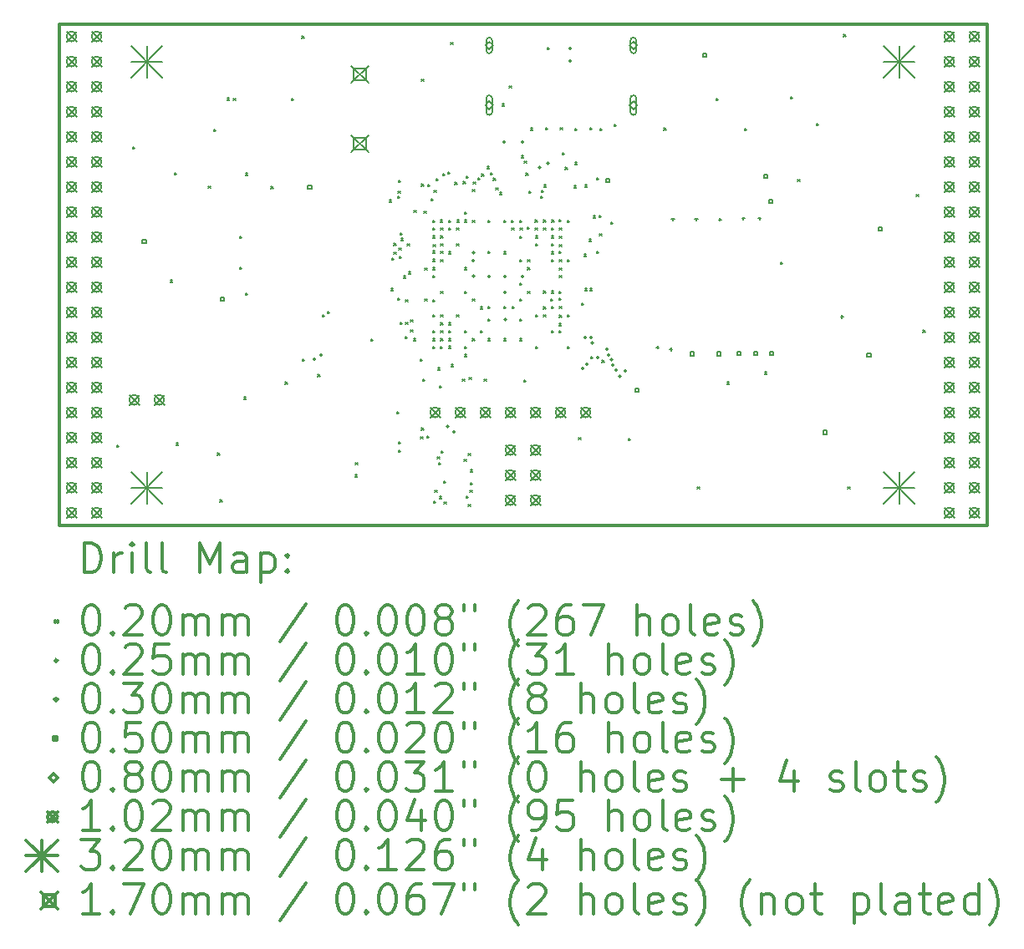
<source format=gbr>
%FSLAX45Y45*%
G04 Gerber Fmt 4.5, Leading zero omitted, Abs format (unit mm)*
G04 Created by KiCad (PCBNEW 4.0.5+dfsg1-4) date Thu May 18 22:57:50 2017*
%MOMM*%
%LPD*%
G01*
G04 APERTURE LIST*
%ADD10C,0.127000*%
%ADD11C,0.300000*%
%ADD12C,0.200000*%
G04 APERTURE END LIST*
D10*
D11*
X9410000Y-6142000D02*
X9410000Y-11222000D01*
X18808000Y-6142000D02*
X9410000Y-6142000D01*
X18808000Y-11222000D02*
X18808000Y-6142000D01*
X9410000Y-11222000D02*
X18808000Y-11222000D01*
D12*
X9998000Y-10410000D02*
X10018000Y-10430000D01*
X10018000Y-10410000D02*
X9998000Y-10430000D01*
X10158000Y-7390000D02*
X10178000Y-7410000D01*
X10178000Y-7390000D02*
X10158000Y-7410000D01*
X10536244Y-8738297D02*
X10556244Y-8758297D01*
X10556244Y-8738297D02*
X10536244Y-8758297D01*
X10582575Y-7650000D02*
X10602575Y-7670000D01*
X10602575Y-7650000D02*
X10582575Y-7670000D01*
X10598000Y-10390000D02*
X10618000Y-10410000D01*
X10618000Y-10390000D02*
X10598000Y-10410000D01*
X10924000Y-7783000D02*
X10944000Y-7803000D01*
X10944000Y-7783000D02*
X10924000Y-7803000D01*
X10978000Y-7210000D02*
X10998000Y-7230000D01*
X10998000Y-7210000D02*
X10978000Y-7230000D01*
X11018000Y-10490000D02*
X11038000Y-10510000D01*
X11038000Y-10490000D02*
X11018000Y-10510000D01*
X11042966Y-10966034D02*
X11062966Y-10986034D01*
X11062966Y-10966034D02*
X11042966Y-10986034D01*
X11113000Y-6892500D02*
X11133000Y-6912500D01*
X11133000Y-6892500D02*
X11113000Y-6912500D01*
X11178000Y-6894000D02*
X11198000Y-6914000D01*
X11198000Y-6894000D02*
X11178000Y-6914000D01*
X11241500Y-8291000D02*
X11261500Y-8311000D01*
X11261500Y-8291000D02*
X11241500Y-8311000D01*
X11241500Y-8608500D02*
X11261500Y-8628500D01*
X11261500Y-8608500D02*
X11241500Y-8628500D01*
X11283591Y-9924409D02*
X11303591Y-9944409D01*
X11303591Y-9924409D02*
X11283591Y-9944409D01*
X11298000Y-8870000D02*
X11318000Y-8890000D01*
X11318000Y-8870000D02*
X11298000Y-8890000D01*
X11301828Y-7654690D02*
X11321828Y-7674690D01*
X11321828Y-7654690D02*
X11301828Y-7674690D01*
X11559000Y-7791000D02*
X11579000Y-7811000D01*
X11579000Y-7791000D02*
X11559000Y-7811000D01*
X11702166Y-9771727D02*
X11722166Y-9791727D01*
X11722166Y-9771727D02*
X11702166Y-9791727D01*
X11764953Y-6894000D02*
X11784953Y-6914000D01*
X11784953Y-6894000D02*
X11764953Y-6914000D01*
X11871085Y-6266089D02*
X11891085Y-6286089D01*
X11891085Y-6266089D02*
X11871085Y-6286089D01*
X11874380Y-9539822D02*
X11894380Y-9559822D01*
X11894380Y-9539822D02*
X11874380Y-9559822D01*
X12033000Y-9695000D02*
X12053000Y-9715000D01*
X12053000Y-9695000D02*
X12033000Y-9715000D01*
X12078000Y-9090000D02*
X12098000Y-9110000D01*
X12098000Y-9090000D02*
X12078000Y-9110000D01*
X12130862Y-9053246D02*
X12150862Y-9073246D01*
X12150862Y-9053246D02*
X12130862Y-9073246D01*
X12410242Y-10710764D02*
X12430242Y-10730764D01*
X12430242Y-10710764D02*
X12410242Y-10730764D01*
X12415398Y-10588254D02*
X12435398Y-10608254D01*
X12435398Y-10588254D02*
X12415398Y-10608254D01*
X12572728Y-9335266D02*
X12592728Y-9355266D01*
X12592728Y-9335266D02*
X12572728Y-9355266D01*
X12754366Y-7925556D02*
X12774366Y-7945556D01*
X12774366Y-7925556D02*
X12754366Y-7945556D01*
X12771644Y-8821207D02*
X12791644Y-8841207D01*
X12791644Y-8821207D02*
X12771644Y-8841207D01*
X12784686Y-8512655D02*
X12804686Y-8532655D01*
X12804686Y-8512655D02*
X12784686Y-8532655D01*
X12802348Y-8453784D02*
X12822348Y-8473784D01*
X12822348Y-8453784D02*
X12802348Y-8473784D01*
X12804848Y-8366706D02*
X12824848Y-8386706D01*
X12824848Y-8366706D02*
X12804848Y-8386706D01*
X12834133Y-10069588D02*
X12854133Y-10089588D01*
X12854133Y-10069588D02*
X12834133Y-10089588D01*
X12839057Y-8917988D02*
X12859057Y-8937988D01*
X12859057Y-8917988D02*
X12839057Y-8937988D01*
X12841590Y-7889418D02*
X12861590Y-7909418D01*
X12861590Y-7889418D02*
X12841590Y-7909418D01*
X12846973Y-7836992D02*
X12866973Y-7856992D01*
X12866973Y-7836992D02*
X12846973Y-7856992D01*
X12849525Y-7727781D02*
X12869525Y-7747781D01*
X12869525Y-7727781D02*
X12849525Y-7747781D01*
X12850280Y-10377254D02*
X12870280Y-10397254D01*
X12870280Y-10377254D02*
X12850280Y-10397254D01*
X12851011Y-10461457D02*
X12871011Y-10481457D01*
X12871011Y-10461457D02*
X12851011Y-10481457D01*
X12854575Y-8412225D02*
X12874575Y-8432225D01*
X12874575Y-8412225D02*
X12854575Y-8432225D01*
X12856404Y-8496626D02*
X12876404Y-8516626D01*
X12876404Y-8496626D02*
X12856404Y-8516626D01*
X12864323Y-9162956D02*
X12884323Y-9182956D01*
X12884323Y-9162956D02*
X12864323Y-9182956D01*
X12865984Y-8261009D02*
X12885984Y-8281009D01*
X12885984Y-8261009D02*
X12865984Y-8281009D01*
X12876144Y-8315864D02*
X12896144Y-8335864D01*
X12896144Y-8315864D02*
X12876144Y-8335864D01*
X12899530Y-8694825D02*
X12919530Y-8714825D01*
X12919530Y-8694825D02*
X12899530Y-8714825D01*
X12917915Y-9311667D02*
X12937915Y-9331667D01*
X12937915Y-9311667D02*
X12917915Y-9331667D01*
X12920650Y-9163578D02*
X12940650Y-9183578D01*
X12940650Y-9163578D02*
X12920650Y-9183578D01*
X12923458Y-8938264D02*
X12943458Y-8958264D01*
X12943458Y-8938264D02*
X12923458Y-8958264D01*
X12940061Y-8367799D02*
X12960061Y-8387799D01*
X12960061Y-8367799D02*
X12940061Y-8387799D01*
X12949953Y-8654407D02*
X12969953Y-8674407D01*
X12969953Y-8654407D02*
X12949953Y-8674407D01*
X12973842Y-9243977D02*
X12993842Y-9263977D01*
X12993842Y-9243977D02*
X12973842Y-9263977D01*
X12974244Y-9138787D02*
X12994244Y-9158787D01*
X12994244Y-9138787D02*
X12974244Y-9158787D01*
X13002401Y-9331328D02*
X13022401Y-9351328D01*
X13022401Y-9331328D02*
X13002401Y-9351328D01*
X13007344Y-8029822D02*
X13027344Y-8049822D01*
X13027344Y-8029822D02*
X13007344Y-8049822D01*
X13070707Y-9535414D02*
X13090707Y-9555414D01*
X13090707Y-9535414D02*
X13070707Y-9555414D01*
X13073949Y-10325498D02*
X13093949Y-10345498D01*
X13093949Y-10325498D02*
X13073949Y-10345498D01*
X13081453Y-10236965D02*
X13101453Y-10256965D01*
X13101453Y-10236965D02*
X13081453Y-10256965D01*
X13081984Y-7764262D02*
X13101984Y-7784262D01*
X13101984Y-7764262D02*
X13081984Y-7784262D01*
X13082744Y-6701962D02*
X13102744Y-6721962D01*
X13102744Y-6701962D02*
X13082744Y-6721962D01*
X13093936Y-9738729D02*
X13113936Y-9758729D01*
X13113936Y-9738729D02*
X13093936Y-9758729D01*
X13108000Y-8040000D02*
X13128000Y-8060000D01*
X13128000Y-8040000D02*
X13108000Y-8060000D01*
X13115453Y-8615136D02*
X13135453Y-8635136D01*
X13135453Y-8615136D02*
X13115453Y-8635136D01*
X13118000Y-8930000D02*
X13138000Y-8950000D01*
X13138000Y-8930000D02*
X13118000Y-8950000D01*
X13135385Y-10319621D02*
X13155385Y-10339621D01*
X13155385Y-10319621D02*
X13135385Y-10339621D01*
X13146502Y-7769099D02*
X13166502Y-7789099D01*
X13166502Y-7769099D02*
X13146502Y-7789099D01*
X13178000Y-7910000D02*
X13198000Y-7930000D01*
X13198000Y-7910000D02*
X13178000Y-7930000D01*
X13197765Y-9087799D02*
X13217765Y-9107799D01*
X13217765Y-9087799D02*
X13197765Y-9107799D01*
X13197789Y-8611496D02*
X13217789Y-8631496D01*
X13217789Y-8611496D02*
X13197789Y-8631496D01*
X13197962Y-8527095D02*
X13217962Y-8547095D01*
X13217962Y-8527095D02*
X13197962Y-8547095D01*
X13198000Y-8440334D02*
X13218000Y-8460334D01*
X13218000Y-8440334D02*
X13198000Y-8460334D01*
X13198000Y-8130000D02*
X13218000Y-8150000D01*
X13218000Y-8130000D02*
X13198000Y-8150000D01*
X13198000Y-8207799D02*
X13218000Y-8227799D01*
X13218000Y-8207799D02*
X13198000Y-8227799D01*
X13198000Y-8690000D02*
X13218000Y-8710000D01*
X13218000Y-8690000D02*
X13198000Y-8710000D01*
X13198000Y-8934402D02*
X13218000Y-8954402D01*
X13218000Y-8934402D02*
X13198000Y-8954402D01*
X13198000Y-9250000D02*
X13218000Y-9270000D01*
X13218000Y-9250000D02*
X13198000Y-9270000D01*
X13198000Y-9330000D02*
X13218000Y-9350000D01*
X13218000Y-9330000D02*
X13198000Y-9350000D01*
X13198000Y-9410000D02*
X13218000Y-9430000D01*
X13218000Y-9410000D02*
X13198000Y-9430000D01*
X13198482Y-8287799D02*
X13218482Y-8307799D01*
X13218482Y-8287799D02*
X13198482Y-8307799D01*
X13201744Y-8376602D02*
X13221744Y-8396602D01*
X13221744Y-8376602D02*
X13201744Y-8396602D01*
X13205028Y-10978912D02*
X13225028Y-10998912D01*
X13225028Y-10978912D02*
X13205028Y-10998912D01*
X13211045Y-7827583D02*
X13231045Y-7847583D01*
X13231045Y-7827583D02*
X13211045Y-7847583D01*
X13218000Y-10870000D02*
X13238000Y-10890000D01*
X13238000Y-10870000D02*
X13218000Y-10890000D01*
X13229761Y-7711481D02*
X13249761Y-7731481D01*
X13249761Y-7711481D02*
X13229761Y-7731481D01*
X13244000Y-10530000D02*
X13264000Y-10550000D01*
X13264000Y-10530000D02*
X13244000Y-10550000D01*
X13247282Y-9628386D02*
X13267282Y-9648386D01*
X13267282Y-9628386D02*
X13247282Y-9648386D01*
X13255619Y-10587619D02*
X13275619Y-10607619D01*
X13275619Y-10587619D02*
X13255619Y-10607619D01*
X13264803Y-10932068D02*
X13284803Y-10952068D01*
X13284803Y-10932068D02*
X13264803Y-10952068D01*
X13265267Y-9807892D02*
X13285267Y-9827892D01*
X13285267Y-9807892D02*
X13265267Y-9827892D01*
X13274623Y-9409707D02*
X13294623Y-9429707D01*
X13294623Y-9409707D02*
X13274623Y-9429707D01*
X13275799Y-8129053D02*
X13295799Y-8149053D01*
X13295799Y-8129053D02*
X13275799Y-8149053D01*
X13277580Y-8532199D02*
X13297580Y-8552199D01*
X13297580Y-8532199D02*
X13277580Y-8552199D01*
X13278000Y-8210000D02*
X13298000Y-8230000D01*
X13298000Y-8210000D02*
X13278000Y-8230000D01*
X13278000Y-8290000D02*
X13298000Y-8310000D01*
X13298000Y-8290000D02*
X13278000Y-8310000D01*
X13278000Y-8850000D02*
X13298000Y-8870000D01*
X13298000Y-8850000D02*
X13278000Y-8870000D01*
X13278000Y-9090000D02*
X13298000Y-9110000D01*
X13298000Y-9090000D02*
X13278000Y-9110000D01*
X13278000Y-9170000D02*
X13298000Y-9190000D01*
X13298000Y-9170000D02*
X13278000Y-9190000D01*
X13278000Y-9250000D02*
X13298000Y-9270000D01*
X13298000Y-9250000D02*
X13278000Y-9270000D01*
X13278000Y-9330000D02*
X13298000Y-9350000D01*
X13298000Y-9330000D02*
X13278000Y-9350000D01*
X13278042Y-8446513D02*
X13298042Y-8466513D01*
X13298042Y-8446513D02*
X13278042Y-8466513D01*
X13278650Y-8367799D02*
X13298650Y-8387799D01*
X13298650Y-8367799D02*
X13278650Y-8387799D01*
X13281858Y-10470000D02*
X13301858Y-10490000D01*
X13301858Y-10470000D02*
X13281858Y-10490000D01*
X13299153Y-7658736D02*
X13319153Y-7678736D01*
X13319153Y-7658736D02*
X13299153Y-7678736D01*
X13305701Y-10773989D02*
X13325701Y-10793989D01*
X13325701Y-10773989D02*
X13305701Y-10793989D01*
X13311600Y-10983400D02*
X13331600Y-11003400D01*
X13331600Y-10983400D02*
X13311600Y-11003400D01*
X13349508Y-7643184D02*
X13369508Y-7663184D01*
X13369508Y-7643184D02*
X13349508Y-7663184D01*
X13357194Y-8449520D02*
X13377194Y-8469520D01*
X13377194Y-8449520D02*
X13357194Y-8469520D01*
X13358000Y-8210000D02*
X13378000Y-8230000D01*
X13378000Y-8210000D02*
X13358000Y-8230000D01*
X13358000Y-9170000D02*
X13378000Y-9190000D01*
X13378000Y-9170000D02*
X13358000Y-9190000D01*
X13358000Y-9250000D02*
X13378000Y-9270000D01*
X13378000Y-9250000D02*
X13358000Y-9270000D01*
X13358567Y-9330248D02*
X13378567Y-9350248D01*
X13378567Y-9330248D02*
X13358567Y-9350248D01*
X13359024Y-9408016D02*
X13379024Y-9428016D01*
X13379024Y-9408016D02*
X13359024Y-9428016D01*
X13360201Y-8130000D02*
X13380201Y-8150000D01*
X13380201Y-8130000D02*
X13360201Y-8150000D01*
X13378000Y-6330000D02*
X13398000Y-6350000D01*
X13398000Y-6330000D02*
X13378000Y-6350000D01*
X13381998Y-9593873D02*
X13401998Y-9613873D01*
X13401998Y-9593873D02*
X13381998Y-9613873D01*
X13421411Y-7746423D02*
X13441411Y-7766423D01*
X13441411Y-7746423D02*
X13421411Y-7766423D01*
X13438000Y-8210000D02*
X13458000Y-8230000D01*
X13458000Y-8210000D02*
X13438000Y-8230000D01*
X13438000Y-8370000D02*
X13458000Y-8390000D01*
X13458000Y-8370000D02*
X13438000Y-8390000D01*
X13438000Y-9090000D02*
X13458000Y-9110000D01*
X13458000Y-9090000D02*
X13438000Y-9110000D01*
X13444602Y-8129060D02*
X13464602Y-8149060D01*
X13464602Y-8129060D02*
X13444602Y-8149060D01*
X13498546Y-9743179D02*
X13518546Y-9763179D01*
X13518546Y-9743179D02*
X13498546Y-9763179D01*
X13505812Y-7740288D02*
X13525812Y-7760288D01*
X13525812Y-7740288D02*
X13505812Y-7760288D01*
X13514800Y-10551600D02*
X13534800Y-10571600D01*
X13534800Y-10551600D02*
X13514800Y-10571600D01*
X13517331Y-8851860D02*
X13537331Y-8871860D01*
X13537331Y-8851860D02*
X13517331Y-8871860D01*
X13517488Y-8129060D02*
X13537488Y-8149060D01*
X13537488Y-8129060D02*
X13517488Y-8149060D01*
X13518000Y-8050000D02*
X13538000Y-8070000D01*
X13538000Y-8050000D02*
X13518000Y-8070000D01*
X13518000Y-8610000D02*
X13538000Y-8630000D01*
X13538000Y-8610000D02*
X13518000Y-8630000D01*
X13518000Y-9250000D02*
X13538000Y-9270000D01*
X13538000Y-9250000D02*
X13518000Y-9270000D01*
X13518000Y-9410000D02*
X13538000Y-9430000D01*
X13538000Y-9410000D02*
X13518000Y-9430000D01*
X13518000Y-9490000D02*
X13538000Y-9510000D01*
X13538000Y-9490000D02*
X13518000Y-9510000D01*
X13537195Y-10926588D02*
X13557195Y-10946588D01*
X13557195Y-10926588D02*
X13537195Y-10946588D01*
X13537378Y-7684923D02*
X13557378Y-7704923D01*
X13557378Y-7684923D02*
X13537378Y-7704923D01*
X13558000Y-10493799D02*
X13578000Y-10513799D01*
X13578000Y-10493799D02*
X13558000Y-10513799D01*
X13558000Y-11010000D02*
X13578000Y-11030000D01*
X13578000Y-11010000D02*
X13558000Y-11030000D01*
X13567000Y-9723813D02*
X13587000Y-9743813D01*
X13587000Y-9723813D02*
X13567000Y-9743813D01*
X13575325Y-10869239D02*
X13595325Y-10889239D01*
X13595325Y-10869239D02*
X13575325Y-10889239D01*
X13575519Y-10792264D02*
X13595519Y-10812264D01*
X13595519Y-10792264D02*
X13575519Y-10812264D01*
X13578416Y-10659601D02*
X13598416Y-10679601D01*
X13598416Y-10659601D02*
X13578416Y-10679601D01*
X13598000Y-8130000D02*
X13618000Y-8150000D01*
X13618000Y-8130000D02*
X13598000Y-8150000D01*
X13598000Y-9330000D02*
X13618000Y-9350000D01*
X13618000Y-9330000D02*
X13598000Y-9350000D01*
X13598517Y-8929483D02*
X13618517Y-8949483D01*
X13618517Y-8929483D02*
X13598517Y-8949483D01*
X13600201Y-7816859D02*
X13620201Y-7836859D01*
X13620201Y-7816859D02*
X13600201Y-7836859D01*
X13607038Y-7743099D02*
X13627038Y-7763099D01*
X13627038Y-7743099D02*
X13607038Y-7763099D01*
X13654520Y-7700918D02*
X13674520Y-7720918D01*
X13674520Y-7700918D02*
X13654520Y-7720918D01*
X13678000Y-9250000D02*
X13698000Y-9270000D01*
X13698000Y-9250000D02*
X13678000Y-9270000D01*
X13678517Y-9009483D02*
X13698517Y-9029483D01*
X13698517Y-9009483D02*
X13678517Y-9029483D01*
X13692375Y-7664252D02*
X13712375Y-7684252D01*
X13712375Y-7664252D02*
X13692375Y-7684252D01*
X13718870Y-9743874D02*
X13738870Y-9763874D01*
X13738870Y-9743874D02*
X13718870Y-9763874D01*
X13748934Y-7587419D02*
X13768934Y-7607419D01*
X13768934Y-7587419D02*
X13748934Y-7607419D01*
X13756589Y-9130245D02*
X13776589Y-9150245D01*
X13776589Y-9130245D02*
X13756589Y-9150245D01*
X13758000Y-8130000D02*
X13778000Y-8150000D01*
X13778000Y-8130000D02*
X13758000Y-8150000D01*
X13758000Y-9007299D02*
X13778000Y-9027299D01*
X13778000Y-9007299D02*
X13758000Y-9027299D01*
X13758000Y-9330000D02*
X13778000Y-9350000D01*
X13778000Y-9330000D02*
X13758000Y-9350000D01*
X13758056Y-8443409D02*
X13778056Y-8463409D01*
X13778056Y-8443409D02*
X13758056Y-8463409D01*
X13780635Y-7647724D02*
X13800635Y-7667724D01*
X13800635Y-7647724D02*
X13780635Y-7667724D01*
X13812336Y-7706418D02*
X13832336Y-7726418D01*
X13832336Y-7706418D02*
X13812336Y-7726418D01*
X13837475Y-7801776D02*
X13857475Y-7821776D01*
X13857475Y-7801776D02*
X13837475Y-7821776D01*
X13875738Y-7850080D02*
X13895738Y-7870080D01*
X13895738Y-7850080D02*
X13875738Y-7870080D01*
X13898000Y-6950000D02*
X13918000Y-6970000D01*
X13918000Y-6950000D02*
X13898000Y-6970000D01*
X13917252Y-8451135D02*
X13937252Y-8471135D01*
X13937252Y-8451135D02*
X13917252Y-8471135D01*
X13918000Y-8130000D02*
X13938000Y-8150000D01*
X13938000Y-8130000D02*
X13918000Y-8150000D01*
X13918000Y-9002299D02*
X13938000Y-9022299D01*
X13938000Y-9002299D02*
X13918000Y-9022299D01*
X13918000Y-9330000D02*
X13938000Y-9350000D01*
X13938000Y-9330000D02*
X13918000Y-9350000D01*
X13972000Y-6767000D02*
X13992000Y-6787000D01*
X13992000Y-6767000D02*
X13972000Y-6787000D01*
X13993599Y-8130000D02*
X14013599Y-8150000D01*
X14013599Y-8130000D02*
X13993599Y-8150000D01*
X13998000Y-8210000D02*
X14018000Y-8230000D01*
X14018000Y-8210000D02*
X13998000Y-8230000D01*
X13999489Y-9002299D02*
X14019489Y-9022299D01*
X14019489Y-9002299D02*
X13999489Y-9022299D01*
X14076403Y-8294140D02*
X14096403Y-8314140D01*
X14096403Y-8294140D02*
X14076403Y-8314140D01*
X14077419Y-9133335D02*
X14097419Y-9153335D01*
X14097419Y-9133335D02*
X14077419Y-9153335D01*
X14078000Y-8130000D02*
X14098000Y-8150000D01*
X14098000Y-8130000D02*
X14078000Y-8150000D01*
X14078000Y-8530000D02*
X14098000Y-8550000D01*
X14098000Y-8530000D02*
X14078000Y-8550000D01*
X14078000Y-8770000D02*
X14098000Y-8790000D01*
X14098000Y-8770000D02*
X14078000Y-8790000D01*
X14078000Y-8930000D02*
X14098000Y-8950000D01*
X14098000Y-8930000D02*
X14078000Y-8950000D01*
X14078000Y-9330000D02*
X14098000Y-9350000D01*
X14098000Y-9330000D02*
X14078000Y-9350000D01*
X14082401Y-8207928D02*
X14102401Y-8227928D01*
X14102401Y-8207928D02*
X14082401Y-8227928D01*
X14094664Y-7477380D02*
X14114664Y-7497380D01*
X14114664Y-7477380D02*
X14094664Y-7497380D01*
X14118000Y-9750000D02*
X14138000Y-9770000D01*
X14138000Y-9750000D02*
X14118000Y-9770000D01*
X14122988Y-7531564D02*
X14142988Y-7551564D01*
X14142988Y-7531564D02*
X14122988Y-7551564D01*
X14139991Y-7654792D02*
X14159991Y-7674792D01*
X14159991Y-7654792D02*
X14139991Y-7674792D01*
X14155799Y-8203034D02*
X14175799Y-8223034D01*
X14175799Y-8203034D02*
X14155799Y-8223034D01*
X14158000Y-8530000D02*
X14178000Y-8550000D01*
X14178000Y-8530000D02*
X14158000Y-8550000D01*
X14158000Y-8610000D02*
X14178000Y-8630000D01*
X14178000Y-8610000D02*
X14158000Y-8630000D01*
X14158000Y-8850000D02*
X14178000Y-8870000D01*
X14178000Y-8850000D02*
X14158000Y-8870000D01*
X14172011Y-7834694D02*
X14192011Y-7854694D01*
X14192011Y-7834694D02*
X14172011Y-7854694D01*
X14189303Y-7195617D02*
X14209303Y-7215617D01*
X14209303Y-7195617D02*
X14189303Y-7215617D01*
X14235799Y-8128224D02*
X14255799Y-8148224D01*
X14255799Y-8128224D02*
X14235799Y-8148224D01*
X14235799Y-8209139D02*
X14255799Y-8229139D01*
X14255799Y-8209139D02*
X14235799Y-8229139D01*
X14237355Y-8289891D02*
X14257355Y-8309891D01*
X14257355Y-8289891D02*
X14237355Y-8309891D01*
X14238000Y-8370000D02*
X14258000Y-8390000D01*
X14258000Y-8370000D02*
X14238000Y-8390000D01*
X14238000Y-9090000D02*
X14258000Y-9110000D01*
X14258000Y-9090000D02*
X14238000Y-9110000D01*
X14238000Y-9410000D02*
X14258000Y-9430000D01*
X14258000Y-9410000D02*
X14238000Y-9430000D01*
X14292031Y-7887926D02*
X14312031Y-7907926D01*
X14312031Y-7887926D02*
X14292031Y-7907926D01*
X14298723Y-7827519D02*
X14318723Y-7847519D01*
X14318723Y-7827519D02*
X14298723Y-7847519D01*
X14317803Y-8849503D02*
X14337803Y-8869503D01*
X14337803Y-8849503D02*
X14317803Y-8869503D01*
X14318000Y-9090000D02*
X14338000Y-9110000D01*
X14338000Y-9090000D02*
X14318000Y-9110000D01*
X14318182Y-9010195D02*
X14338182Y-9030195D01*
X14338182Y-9010195D02*
X14318182Y-9030195D01*
X14320201Y-8128173D02*
X14340201Y-8148173D01*
X14340201Y-8128173D02*
X14320201Y-8148173D01*
X14320201Y-8209499D02*
X14340201Y-8229499D01*
X14340201Y-8209499D02*
X14320201Y-8229499D01*
X14322321Y-7773748D02*
X14342321Y-7793748D01*
X14342321Y-7773748D02*
X14322321Y-7793748D01*
X14338578Y-7193017D02*
X14358578Y-7213017D01*
X14358578Y-7193017D02*
X14338578Y-7213017D01*
X14358000Y-6380000D02*
X14378000Y-6400000D01*
X14378000Y-6380000D02*
X14358000Y-6400000D01*
X14393579Y-8929761D02*
X14413579Y-8949761D01*
X14413579Y-8929761D02*
X14393579Y-8949761D01*
X14397690Y-8208645D02*
X14417690Y-8228645D01*
X14417690Y-8208645D02*
X14397690Y-8228645D01*
X14398000Y-8290000D02*
X14418000Y-8310000D01*
X14418000Y-8290000D02*
X14398000Y-8310000D01*
X14398000Y-8370000D02*
X14418000Y-8390000D01*
X14418000Y-8370000D02*
X14398000Y-8390000D01*
X14398000Y-8450000D02*
X14418000Y-8470000D01*
X14418000Y-8450000D02*
X14398000Y-8470000D01*
X14398000Y-9250000D02*
X14418000Y-9270000D01*
X14418000Y-9250000D02*
X14398000Y-9270000D01*
X14398052Y-8529722D02*
X14418052Y-8549722D01*
X14418052Y-8529722D02*
X14398052Y-8549722D01*
X14398242Y-9003286D02*
X14418242Y-9023286D01*
X14418242Y-9003286D02*
X14398242Y-9023286D01*
X14398283Y-8848451D02*
X14418283Y-8868451D01*
X14418283Y-8848451D02*
X14398283Y-8868451D01*
X14404602Y-8127478D02*
X14424602Y-8147478D01*
X14424602Y-8127478D02*
X14404602Y-8147478D01*
X14476639Y-8123398D02*
X14496639Y-8143398D01*
X14496639Y-8123398D02*
X14476639Y-8143398D01*
X14476942Y-8918885D02*
X14496942Y-8938885D01*
X14496942Y-8918885D02*
X14476942Y-8938885D01*
X14477765Y-8852201D02*
X14497765Y-8872201D01*
X14497765Y-8852201D02*
X14477765Y-8872201D01*
X14477769Y-8443293D02*
X14497769Y-8463293D01*
X14497769Y-8443293D02*
X14477769Y-8463293D01*
X14478235Y-9247799D02*
X14498235Y-9267799D01*
X14498235Y-9247799D02*
X14478235Y-9267799D01*
X14478278Y-9177765D02*
X14498278Y-9197765D01*
X14498278Y-9177765D02*
X14478278Y-9197765D01*
X14478509Y-8207799D02*
X14498509Y-8227799D01*
X14498509Y-8207799D02*
X14478509Y-8227799D01*
X14478522Y-9092124D02*
X14498522Y-9112124D01*
X14498522Y-9092124D02*
X14478522Y-9112124D01*
X14478569Y-9003286D02*
X14498569Y-9023286D01*
X14498569Y-9003286D02*
X14478569Y-9023286D01*
X14478654Y-8528519D02*
X14498654Y-8548519D01*
X14498654Y-8528519D02*
X14478654Y-8548519D01*
X14478856Y-8689382D02*
X14498856Y-8709382D01*
X14498856Y-8689382D02*
X14478856Y-8709382D01*
X14479038Y-8376602D02*
X14499038Y-8396602D01*
X14499038Y-8376602D02*
X14479038Y-8396602D01*
X14479410Y-8292201D02*
X14499410Y-8312201D01*
X14499410Y-8292201D02*
X14479410Y-8312201D01*
X14480128Y-8616874D02*
X14500128Y-8636874D01*
X14500128Y-8616874D02*
X14480128Y-8636874D01*
X14489572Y-7194354D02*
X14509572Y-7214354D01*
X14509572Y-7194354D02*
X14489572Y-7214354D01*
X14507287Y-7447730D02*
X14527287Y-7467730D01*
X14527287Y-7447730D02*
X14507287Y-7467730D01*
X14539401Y-7595533D02*
X14559401Y-7615533D01*
X14559401Y-7595533D02*
X14539401Y-7615533D01*
X14558000Y-8130000D02*
X14578000Y-8150000D01*
X14578000Y-8130000D02*
X14558000Y-8150000D01*
X14558000Y-8532201D02*
X14578000Y-8552201D01*
X14578000Y-8532201D02*
X14558000Y-8552201D01*
X14558000Y-9090000D02*
X14578000Y-9110000D01*
X14578000Y-9090000D02*
X14558000Y-9110000D01*
X14558000Y-9410000D02*
X14578000Y-9430000D01*
X14578000Y-9410000D02*
X14558000Y-9430000D01*
X14628717Y-7781899D02*
X14648717Y-7801899D01*
X14648717Y-7781899D02*
X14628717Y-7801899D01*
X14635665Y-7542833D02*
X14655665Y-7562833D01*
X14655665Y-7542833D02*
X14635665Y-7562833D01*
X14637220Y-7201944D02*
X14657220Y-7221944D01*
X14657220Y-7201944D02*
X14637220Y-7221944D01*
X14674429Y-10335274D02*
X14694429Y-10355274D01*
X14694429Y-10335274D02*
X14674429Y-10355274D01*
X14702593Y-8970288D02*
X14722593Y-8990288D01*
X14722593Y-8970288D02*
X14702593Y-8990288D01*
X14732247Y-8475859D02*
X14752247Y-8495859D01*
X14752247Y-8475859D02*
X14732247Y-8495859D01*
X14737067Y-8822484D02*
X14757067Y-8842484D01*
X14757067Y-8822484D02*
X14737067Y-8842484D01*
X14738000Y-7772201D02*
X14758000Y-7792201D01*
X14758000Y-7772201D02*
X14738000Y-7792201D01*
X14779417Y-8323581D02*
X14799417Y-8343581D01*
X14799417Y-8323581D02*
X14779417Y-8343581D01*
X14788736Y-7194805D02*
X14808736Y-7214805D01*
X14808736Y-7194805D02*
X14788736Y-7214805D01*
X14789768Y-8822484D02*
X14809768Y-8842484D01*
X14809768Y-8822484D02*
X14789768Y-8842484D01*
X14797412Y-9512933D02*
X14817412Y-9532933D01*
X14817412Y-9512933D02*
X14797412Y-9532933D01*
X14823777Y-8087578D02*
X14843777Y-8107578D01*
X14843777Y-8087578D02*
X14823777Y-8107578D01*
X14853988Y-7702493D02*
X14873988Y-7722493D01*
X14873988Y-7702493D02*
X14853988Y-7722493D01*
X14856880Y-8445039D02*
X14876880Y-8465039D01*
X14876880Y-8445039D02*
X14856880Y-8465039D01*
X14883585Y-8079901D02*
X14903585Y-8099901D01*
X14903585Y-8079901D02*
X14883585Y-8099901D01*
X14887565Y-8265534D02*
X14907565Y-8285534D01*
X14907565Y-8265534D02*
X14887565Y-8285534D01*
X14889119Y-7199368D02*
X14909119Y-7219368D01*
X14909119Y-7199368D02*
X14889119Y-7219368D01*
X14910771Y-9550529D02*
X14930771Y-9570529D01*
X14930771Y-9550529D02*
X14910771Y-9570529D01*
X14998000Y-8150000D02*
X15018000Y-8170000D01*
X15018000Y-8150000D02*
X14998000Y-8170000D01*
X15035722Y-7157236D02*
X15055722Y-7177236D01*
X15055722Y-7157236D02*
X15035722Y-7177236D01*
X15179638Y-10341072D02*
X15199638Y-10361072D01*
X15199638Y-10341072D02*
X15179638Y-10361072D01*
X15538000Y-7197896D02*
X15558000Y-7217896D01*
X15558000Y-7197896D02*
X15538000Y-7217896D01*
X15877000Y-10831000D02*
X15897000Y-10851000D01*
X15897000Y-10831000D02*
X15877000Y-10851000D01*
X16067500Y-6894000D02*
X16087500Y-6914000D01*
X16087500Y-6894000D02*
X16067500Y-6914000D01*
X16178000Y-9770000D02*
X16198000Y-9790000D01*
X16198000Y-9770000D02*
X16178000Y-9790000D01*
X16353258Y-7199647D02*
X16373258Y-7219647D01*
X16373258Y-7199647D02*
X16353258Y-7219647D01*
X16558000Y-9670000D02*
X16578000Y-9690000D01*
X16578000Y-9670000D02*
X16558000Y-9690000D01*
X16717617Y-8553865D02*
X16737617Y-8573865D01*
X16737617Y-8553865D02*
X16717617Y-8573865D01*
X16821917Y-6878201D02*
X16841917Y-6898201D01*
X16841917Y-6878201D02*
X16821917Y-6898201D01*
X16893000Y-7719500D02*
X16913000Y-7739500D01*
X16913000Y-7719500D02*
X16893000Y-7739500D01*
X17083500Y-7148000D02*
X17103500Y-7168000D01*
X17103500Y-7148000D02*
X17083500Y-7168000D01*
X17358000Y-6250000D02*
X17378000Y-6270000D01*
X17378000Y-6250000D02*
X17358000Y-6270000D01*
X17401000Y-10831000D02*
X17421000Y-10851000D01*
X17421000Y-10831000D02*
X17401000Y-10851000D01*
X18096500Y-7868500D02*
X18116500Y-7888500D01*
X18116500Y-7868500D02*
X18096500Y-7888500D01*
X18163000Y-9245000D02*
X18183000Y-9265000D01*
X18183000Y-9245000D02*
X18163000Y-9265000D01*
X12010516Y-9541295D02*
G75*
G03X12010516Y-9541295I-12700J0D01*
G01*
X12076103Y-9497760D02*
G75*
G03X12076103Y-9497760I-12700J0D01*
G01*
X13357629Y-10223262D02*
G75*
G03X13357629Y-10223262I-12700J0D01*
G01*
X13420141Y-10275223D02*
G75*
G03X13420141Y-10275223I-12700J0D01*
G01*
X13620700Y-8460000D02*
G75*
G03X13620700Y-8460000I-12700J0D01*
G01*
X13620700Y-8540000D02*
G75*
G03X13620700Y-8540000I-12700J0D01*
G01*
X13623799Y-8699540D02*
G75*
G03X13623799Y-8699540I-12700J0D01*
G01*
X13780700Y-8700000D02*
G75*
G03X13780700Y-8700000I-12700J0D01*
G01*
X13931242Y-7337804D02*
G75*
G03X13931242Y-7337804I-12700J0D01*
G01*
X13940700Y-8700000D02*
G75*
G03X13940700Y-8700000I-12700J0D01*
G01*
X13940700Y-8860000D02*
G75*
G03X13940700Y-8860000I-12700J0D01*
G01*
X13943964Y-9135970D02*
G75*
G03X13943964Y-9135970I-12700J0D01*
G01*
X14115614Y-7339101D02*
G75*
G03X14115614Y-7339101I-12700J0D01*
G01*
X14116986Y-8699500D02*
G75*
G03X14116986Y-8699500I-12700J0D01*
G01*
X14290285Y-7593915D02*
G75*
G03X14290285Y-7593915I-12700J0D01*
G01*
X14375267Y-7552125D02*
G75*
G03X14375267Y-7552125I-12700J0D01*
G01*
X14597886Y-6518923D02*
G75*
G03X14597886Y-6518923I-12700J0D01*
G01*
X14600073Y-6392085D02*
G75*
G03X14600073Y-6392085I-12700J0D01*
G01*
X14726708Y-9633992D02*
G75*
G03X14726708Y-9633992I-12700J0D01*
G01*
X14752909Y-9320901D02*
G75*
G03X14752909Y-9320901I-12700J0D01*
G01*
X14766147Y-9591326D02*
G75*
G03X14766147Y-9591326I-12700J0D01*
G01*
X14810990Y-9319373D02*
G75*
G03X14810990Y-9319373I-12700J0D01*
G01*
X14823724Y-9376062D02*
G75*
G03X14823724Y-9376062I-12700J0D01*
G01*
X14878093Y-9523995D02*
G75*
G03X14878093Y-9523995I-12700J0D01*
G01*
X14974686Y-9437887D02*
G75*
G03X14974686Y-9437887I-12700J0D01*
G01*
X14990624Y-9494419D02*
G75*
G03X14990624Y-9494419I-12700J0D01*
G01*
X15019903Y-9544603D02*
G75*
G03X15019903Y-9544603I-12700J0D01*
G01*
X15032486Y-9601326D02*
G75*
G03X15032486Y-9601326I-12700J0D01*
G01*
X15064591Y-9649751D02*
G75*
G03X15064591Y-9649751I-12700J0D01*
G01*
X15102216Y-9710492D02*
G75*
G03X15102216Y-9710492I-12700J0D01*
G01*
X15155392Y-9658465D02*
G75*
G03X15155392Y-9658465I-12700J0D01*
G01*
X15472629Y-9402136D02*
X15472629Y-9432136D01*
X15457629Y-9417136D02*
X15487629Y-9417136D01*
X15607711Y-9423078D02*
X15607711Y-9453078D01*
X15592711Y-9438078D02*
X15622711Y-9438078D01*
X15628000Y-8106084D02*
X15628000Y-8136084D01*
X15613000Y-8121084D02*
X15643000Y-8121084D01*
X15868000Y-8106084D02*
X15868000Y-8136084D01*
X15853000Y-8121084D02*
X15883000Y-8121084D01*
X16106799Y-8106612D02*
X16106799Y-8136612D01*
X16091799Y-8121612D02*
X16121799Y-8121612D01*
X16342203Y-8097066D02*
X16342203Y-8127066D01*
X16327203Y-8112066D02*
X16357203Y-8112066D01*
X16505661Y-8096283D02*
X16505661Y-8126283D01*
X16490661Y-8111283D02*
X16520661Y-8111283D01*
X17342338Y-9092688D02*
X17342338Y-9122688D01*
X17327338Y-9107688D02*
X17357338Y-9107688D01*
X10290863Y-8366301D02*
X10290863Y-8330946D01*
X10255507Y-8330946D01*
X10255507Y-8366301D01*
X10290863Y-8366301D01*
X11079415Y-8946398D02*
X11079415Y-8911042D01*
X11044059Y-8911042D01*
X11044059Y-8946398D01*
X11079415Y-8946398D01*
X11967678Y-7810678D02*
X11967678Y-7775322D01*
X11932322Y-7775322D01*
X11932322Y-7810678D01*
X11967678Y-7810678D01*
X14988751Y-7746651D02*
X14988751Y-7711296D01*
X14953396Y-7711296D01*
X14953396Y-7746651D01*
X14988751Y-7746651D01*
X15279782Y-9869675D02*
X15279782Y-9834319D01*
X15244427Y-9834319D01*
X15244427Y-9869675D01*
X15279782Y-9869675D01*
X15841046Y-9502939D02*
X15841046Y-9467584D01*
X15805691Y-9467584D01*
X15805691Y-9502939D01*
X15841046Y-9502939D01*
X15965678Y-6477678D02*
X15965678Y-6442322D01*
X15930322Y-6442322D01*
X15930322Y-6477678D01*
X15965678Y-6477678D01*
X16108519Y-9502730D02*
X16108519Y-9467375D01*
X16073163Y-9467375D01*
X16073163Y-9502730D01*
X16108519Y-9502730D01*
X16316953Y-9499696D02*
X16316953Y-9464341D01*
X16281597Y-9464341D01*
X16281597Y-9499696D01*
X16316953Y-9499696D01*
X16483055Y-9500233D02*
X16483055Y-9464877D01*
X16447699Y-9464877D01*
X16447699Y-9500233D01*
X16483055Y-9500233D01*
X16583377Y-7700284D02*
X16583377Y-7664928D01*
X16548021Y-7664928D01*
X16548021Y-7700284D01*
X16583377Y-7700284D01*
X16637070Y-7956567D02*
X16637070Y-7921212D01*
X16601714Y-7921212D01*
X16601714Y-7956567D01*
X16637070Y-7956567D01*
X16645678Y-9497678D02*
X16645678Y-9462322D01*
X16610322Y-9462322D01*
X16610322Y-9497678D01*
X16645678Y-9497678D01*
X17186824Y-10298173D02*
X17186824Y-10262818D01*
X17151468Y-10262818D01*
X17151468Y-10298173D01*
X17186824Y-10298173D01*
X17631124Y-9512232D02*
X17631124Y-9476876D01*
X17595768Y-9476876D01*
X17595768Y-9512232D01*
X17631124Y-9512232D01*
X17746996Y-8239485D02*
X17746996Y-8204130D01*
X17711641Y-8204130D01*
X17711641Y-8239485D01*
X17746996Y-8239485D01*
X13768000Y-6400000D02*
X13808000Y-6360000D01*
X13768000Y-6320000D01*
X13728000Y-6360000D01*
X13768000Y-6400000D01*
X13738000Y-6310000D02*
X13738000Y-6410000D01*
X13798000Y-6310000D02*
X13798000Y-6410000D01*
X13738000Y-6410000D02*
G75*
G03X13798000Y-6410000I30000J0D01*
G01*
X13798000Y-6310000D02*
G75*
G03X13738000Y-6310000I-30000J0D01*
G01*
X13768000Y-7005000D02*
X13808000Y-6965000D01*
X13768000Y-6925000D01*
X13728000Y-6965000D01*
X13768000Y-7005000D01*
X13738000Y-6895000D02*
X13738000Y-7035000D01*
X13798000Y-6895000D02*
X13798000Y-7035000D01*
X13738000Y-7035000D02*
G75*
G03X13798000Y-7035000I30000J0D01*
G01*
X13798000Y-6895000D02*
G75*
G03X13738000Y-6895000I-30000J0D01*
G01*
X15228000Y-6400000D02*
X15268000Y-6360000D01*
X15228000Y-6320000D01*
X15188000Y-6360000D01*
X15228000Y-6400000D01*
X15198000Y-6310000D02*
X15198000Y-6410000D01*
X15258000Y-6310000D02*
X15258000Y-6410000D01*
X15198000Y-6410000D02*
G75*
G03X15258000Y-6410000I30000J0D01*
G01*
X15258000Y-6310000D02*
G75*
G03X15198000Y-6310000I-30000J0D01*
G01*
X15228000Y-7005000D02*
X15268000Y-6965000D01*
X15228000Y-6925000D01*
X15188000Y-6965000D01*
X15228000Y-7005000D01*
X15198000Y-6895000D02*
X15198000Y-7035000D01*
X15258000Y-6895000D02*
X15258000Y-7035000D01*
X15198000Y-7035000D02*
G75*
G03X15258000Y-7035000I30000J0D01*
G01*
X15258000Y-6895000D02*
G75*
G03X15198000Y-6895000I-30000J0D01*
G01*
X9486200Y-6218200D02*
X9587800Y-6319800D01*
X9587800Y-6218200D02*
X9486200Y-6319800D01*
X9587800Y-6269000D02*
G75*
G03X9587800Y-6269000I-50800J0D01*
G01*
X9486200Y-6472200D02*
X9587800Y-6573800D01*
X9587800Y-6472200D02*
X9486200Y-6573800D01*
X9587800Y-6523000D02*
G75*
G03X9587800Y-6523000I-50800J0D01*
G01*
X9486200Y-6726200D02*
X9587800Y-6827800D01*
X9587800Y-6726200D02*
X9486200Y-6827800D01*
X9587800Y-6777000D02*
G75*
G03X9587800Y-6777000I-50800J0D01*
G01*
X9486200Y-6980200D02*
X9587800Y-7081800D01*
X9587800Y-6980200D02*
X9486200Y-7081800D01*
X9587800Y-7031000D02*
G75*
G03X9587800Y-7031000I-50800J0D01*
G01*
X9486200Y-7234200D02*
X9587800Y-7335800D01*
X9587800Y-7234200D02*
X9486200Y-7335800D01*
X9587800Y-7285000D02*
G75*
G03X9587800Y-7285000I-50800J0D01*
G01*
X9486200Y-7488200D02*
X9587800Y-7589800D01*
X9587800Y-7488200D02*
X9486200Y-7589800D01*
X9587800Y-7539000D02*
G75*
G03X9587800Y-7539000I-50800J0D01*
G01*
X9486200Y-7742200D02*
X9587800Y-7843800D01*
X9587800Y-7742200D02*
X9486200Y-7843800D01*
X9587800Y-7793000D02*
G75*
G03X9587800Y-7793000I-50800J0D01*
G01*
X9486200Y-7996200D02*
X9587800Y-8097800D01*
X9587800Y-7996200D02*
X9486200Y-8097800D01*
X9587800Y-8047000D02*
G75*
G03X9587800Y-8047000I-50800J0D01*
G01*
X9486200Y-8250200D02*
X9587800Y-8351800D01*
X9587800Y-8250200D02*
X9486200Y-8351800D01*
X9587800Y-8301000D02*
G75*
G03X9587800Y-8301000I-50800J0D01*
G01*
X9486200Y-8504200D02*
X9587800Y-8605800D01*
X9587800Y-8504200D02*
X9486200Y-8605800D01*
X9587800Y-8555000D02*
G75*
G03X9587800Y-8555000I-50800J0D01*
G01*
X9486200Y-8758200D02*
X9587800Y-8859800D01*
X9587800Y-8758200D02*
X9486200Y-8859800D01*
X9587800Y-8809000D02*
G75*
G03X9587800Y-8809000I-50800J0D01*
G01*
X9486200Y-9012200D02*
X9587800Y-9113800D01*
X9587800Y-9012200D02*
X9486200Y-9113800D01*
X9587800Y-9063000D02*
G75*
G03X9587800Y-9063000I-50800J0D01*
G01*
X9486200Y-9266200D02*
X9587800Y-9367800D01*
X9587800Y-9266200D02*
X9486200Y-9367800D01*
X9587800Y-9317000D02*
G75*
G03X9587800Y-9317000I-50800J0D01*
G01*
X9486200Y-9520200D02*
X9587800Y-9621800D01*
X9587800Y-9520200D02*
X9486200Y-9621800D01*
X9587800Y-9571000D02*
G75*
G03X9587800Y-9571000I-50800J0D01*
G01*
X9486200Y-9774200D02*
X9587800Y-9875800D01*
X9587800Y-9774200D02*
X9486200Y-9875800D01*
X9587800Y-9825000D02*
G75*
G03X9587800Y-9825000I-50800J0D01*
G01*
X9486200Y-10028200D02*
X9587800Y-10129800D01*
X9587800Y-10028200D02*
X9486200Y-10129800D01*
X9587800Y-10079000D02*
G75*
G03X9587800Y-10079000I-50800J0D01*
G01*
X9486200Y-10282200D02*
X9587800Y-10383800D01*
X9587800Y-10282200D02*
X9486200Y-10383800D01*
X9587800Y-10333000D02*
G75*
G03X9587800Y-10333000I-50800J0D01*
G01*
X9486200Y-10536200D02*
X9587800Y-10637800D01*
X9587800Y-10536200D02*
X9486200Y-10637800D01*
X9587800Y-10587000D02*
G75*
G03X9587800Y-10587000I-50800J0D01*
G01*
X9486200Y-10790200D02*
X9587800Y-10891800D01*
X9587800Y-10790200D02*
X9486200Y-10891800D01*
X9587800Y-10841000D02*
G75*
G03X9587800Y-10841000I-50800J0D01*
G01*
X9486200Y-11044200D02*
X9587800Y-11145800D01*
X9587800Y-11044200D02*
X9486200Y-11145800D01*
X9587800Y-11095000D02*
G75*
G03X9587800Y-11095000I-50800J0D01*
G01*
X9740200Y-6218200D02*
X9841800Y-6319800D01*
X9841800Y-6218200D02*
X9740200Y-6319800D01*
X9841800Y-6269000D02*
G75*
G03X9841800Y-6269000I-50800J0D01*
G01*
X9740200Y-6472200D02*
X9841800Y-6573800D01*
X9841800Y-6472200D02*
X9740200Y-6573800D01*
X9841800Y-6523000D02*
G75*
G03X9841800Y-6523000I-50800J0D01*
G01*
X9740200Y-6726200D02*
X9841800Y-6827800D01*
X9841800Y-6726200D02*
X9740200Y-6827800D01*
X9841800Y-6777000D02*
G75*
G03X9841800Y-6777000I-50800J0D01*
G01*
X9740200Y-6980200D02*
X9841800Y-7081800D01*
X9841800Y-6980200D02*
X9740200Y-7081800D01*
X9841800Y-7031000D02*
G75*
G03X9841800Y-7031000I-50800J0D01*
G01*
X9740200Y-7234200D02*
X9841800Y-7335800D01*
X9841800Y-7234200D02*
X9740200Y-7335800D01*
X9841800Y-7285000D02*
G75*
G03X9841800Y-7285000I-50800J0D01*
G01*
X9740200Y-7488200D02*
X9841800Y-7589800D01*
X9841800Y-7488200D02*
X9740200Y-7589800D01*
X9841800Y-7539000D02*
G75*
G03X9841800Y-7539000I-50800J0D01*
G01*
X9740200Y-7742200D02*
X9841800Y-7843800D01*
X9841800Y-7742200D02*
X9740200Y-7843800D01*
X9841800Y-7793000D02*
G75*
G03X9841800Y-7793000I-50800J0D01*
G01*
X9740200Y-7996200D02*
X9841800Y-8097800D01*
X9841800Y-7996200D02*
X9740200Y-8097800D01*
X9841800Y-8047000D02*
G75*
G03X9841800Y-8047000I-50800J0D01*
G01*
X9740200Y-8250200D02*
X9841800Y-8351800D01*
X9841800Y-8250200D02*
X9740200Y-8351800D01*
X9841800Y-8301000D02*
G75*
G03X9841800Y-8301000I-50800J0D01*
G01*
X9740200Y-8504200D02*
X9841800Y-8605800D01*
X9841800Y-8504200D02*
X9740200Y-8605800D01*
X9841800Y-8555000D02*
G75*
G03X9841800Y-8555000I-50800J0D01*
G01*
X9740200Y-8758200D02*
X9841800Y-8859800D01*
X9841800Y-8758200D02*
X9740200Y-8859800D01*
X9841800Y-8809000D02*
G75*
G03X9841800Y-8809000I-50800J0D01*
G01*
X9740200Y-9012200D02*
X9841800Y-9113800D01*
X9841800Y-9012200D02*
X9740200Y-9113800D01*
X9841800Y-9063000D02*
G75*
G03X9841800Y-9063000I-50800J0D01*
G01*
X9740200Y-9266200D02*
X9841800Y-9367800D01*
X9841800Y-9266200D02*
X9740200Y-9367800D01*
X9841800Y-9317000D02*
G75*
G03X9841800Y-9317000I-50800J0D01*
G01*
X9740200Y-9520200D02*
X9841800Y-9621800D01*
X9841800Y-9520200D02*
X9740200Y-9621800D01*
X9841800Y-9571000D02*
G75*
G03X9841800Y-9571000I-50800J0D01*
G01*
X9740200Y-9774200D02*
X9841800Y-9875800D01*
X9841800Y-9774200D02*
X9740200Y-9875800D01*
X9841800Y-9825000D02*
G75*
G03X9841800Y-9825000I-50800J0D01*
G01*
X9740200Y-10028200D02*
X9841800Y-10129800D01*
X9841800Y-10028200D02*
X9740200Y-10129800D01*
X9841800Y-10079000D02*
G75*
G03X9841800Y-10079000I-50800J0D01*
G01*
X9740200Y-10282200D02*
X9841800Y-10383800D01*
X9841800Y-10282200D02*
X9740200Y-10383800D01*
X9841800Y-10333000D02*
G75*
G03X9841800Y-10333000I-50800J0D01*
G01*
X9740200Y-10536200D02*
X9841800Y-10637800D01*
X9841800Y-10536200D02*
X9740200Y-10637800D01*
X9841800Y-10587000D02*
G75*
G03X9841800Y-10587000I-50800J0D01*
G01*
X9740200Y-10790200D02*
X9841800Y-10891800D01*
X9841800Y-10790200D02*
X9740200Y-10891800D01*
X9841800Y-10841000D02*
G75*
G03X9841800Y-10841000I-50800J0D01*
G01*
X9740200Y-11044200D02*
X9841800Y-11145800D01*
X9841800Y-11044200D02*
X9740200Y-11145800D01*
X9841800Y-11095000D02*
G75*
G03X9841800Y-11095000I-50800J0D01*
G01*
X10121200Y-9901200D02*
X10222800Y-10002800D01*
X10222800Y-9901200D02*
X10121200Y-10002800D01*
X10222800Y-9952000D02*
G75*
G03X10222800Y-9952000I-50800J0D01*
G01*
X10375200Y-9901200D02*
X10476800Y-10002800D01*
X10476800Y-9901200D02*
X10375200Y-10002800D01*
X10476800Y-9952000D02*
G75*
G03X10476800Y-9952000I-50800J0D01*
G01*
X13169200Y-10028200D02*
X13270800Y-10129800D01*
X13270800Y-10028200D02*
X13169200Y-10129800D01*
X13270800Y-10079000D02*
G75*
G03X13270800Y-10079000I-50800J0D01*
G01*
X13423200Y-10028200D02*
X13524800Y-10129800D01*
X13524800Y-10028200D02*
X13423200Y-10129800D01*
X13524800Y-10079000D02*
G75*
G03X13524800Y-10079000I-50800J0D01*
G01*
X13677200Y-10028200D02*
X13778800Y-10129800D01*
X13778800Y-10028200D02*
X13677200Y-10129800D01*
X13778800Y-10079000D02*
G75*
G03X13778800Y-10079000I-50800J0D01*
G01*
X13931200Y-10028200D02*
X14032800Y-10129800D01*
X14032800Y-10028200D02*
X13931200Y-10129800D01*
X14032800Y-10079000D02*
G75*
G03X14032800Y-10079000I-50800J0D01*
G01*
X13931200Y-10409200D02*
X14032800Y-10510800D01*
X14032800Y-10409200D02*
X13931200Y-10510800D01*
X14032800Y-10460000D02*
G75*
G03X14032800Y-10460000I-50800J0D01*
G01*
X13931200Y-10663200D02*
X14032800Y-10764800D01*
X14032800Y-10663200D02*
X13931200Y-10764800D01*
X14032800Y-10714000D02*
G75*
G03X14032800Y-10714000I-50800J0D01*
G01*
X13931200Y-10917200D02*
X14032800Y-11018800D01*
X14032800Y-10917200D02*
X13931200Y-11018800D01*
X14032800Y-10968000D02*
G75*
G03X14032800Y-10968000I-50800J0D01*
G01*
X14185200Y-10028200D02*
X14286800Y-10129800D01*
X14286800Y-10028200D02*
X14185200Y-10129800D01*
X14286800Y-10079000D02*
G75*
G03X14286800Y-10079000I-50800J0D01*
G01*
X14185200Y-10409200D02*
X14286800Y-10510800D01*
X14286800Y-10409200D02*
X14185200Y-10510800D01*
X14286800Y-10460000D02*
G75*
G03X14286800Y-10460000I-50800J0D01*
G01*
X14185200Y-10663200D02*
X14286800Y-10764800D01*
X14286800Y-10663200D02*
X14185200Y-10764800D01*
X14286800Y-10714000D02*
G75*
G03X14286800Y-10714000I-50800J0D01*
G01*
X14185200Y-10917200D02*
X14286800Y-11018800D01*
X14286800Y-10917200D02*
X14185200Y-11018800D01*
X14286800Y-10968000D02*
G75*
G03X14286800Y-10968000I-50800J0D01*
G01*
X14439200Y-10028200D02*
X14540800Y-10129800D01*
X14540800Y-10028200D02*
X14439200Y-10129800D01*
X14540800Y-10079000D02*
G75*
G03X14540800Y-10079000I-50800J0D01*
G01*
X14693200Y-10028200D02*
X14794800Y-10129800D01*
X14794800Y-10028200D02*
X14693200Y-10129800D01*
X14794800Y-10079000D02*
G75*
G03X14794800Y-10079000I-50800J0D01*
G01*
X18376200Y-6218200D02*
X18477800Y-6319800D01*
X18477800Y-6218200D02*
X18376200Y-6319800D01*
X18477800Y-6269000D02*
G75*
G03X18477800Y-6269000I-50800J0D01*
G01*
X18376200Y-6472200D02*
X18477800Y-6573800D01*
X18477800Y-6472200D02*
X18376200Y-6573800D01*
X18477800Y-6523000D02*
G75*
G03X18477800Y-6523000I-50800J0D01*
G01*
X18376200Y-6726200D02*
X18477800Y-6827800D01*
X18477800Y-6726200D02*
X18376200Y-6827800D01*
X18477800Y-6777000D02*
G75*
G03X18477800Y-6777000I-50800J0D01*
G01*
X18376200Y-6980200D02*
X18477800Y-7081800D01*
X18477800Y-6980200D02*
X18376200Y-7081800D01*
X18477800Y-7031000D02*
G75*
G03X18477800Y-7031000I-50800J0D01*
G01*
X18376200Y-7234200D02*
X18477800Y-7335800D01*
X18477800Y-7234200D02*
X18376200Y-7335800D01*
X18477800Y-7285000D02*
G75*
G03X18477800Y-7285000I-50800J0D01*
G01*
X18376200Y-7488200D02*
X18477800Y-7589800D01*
X18477800Y-7488200D02*
X18376200Y-7589800D01*
X18477800Y-7539000D02*
G75*
G03X18477800Y-7539000I-50800J0D01*
G01*
X18376200Y-7742200D02*
X18477800Y-7843800D01*
X18477800Y-7742200D02*
X18376200Y-7843800D01*
X18477800Y-7793000D02*
G75*
G03X18477800Y-7793000I-50800J0D01*
G01*
X18376200Y-7996200D02*
X18477800Y-8097800D01*
X18477800Y-7996200D02*
X18376200Y-8097800D01*
X18477800Y-8047000D02*
G75*
G03X18477800Y-8047000I-50800J0D01*
G01*
X18376200Y-8250200D02*
X18477800Y-8351800D01*
X18477800Y-8250200D02*
X18376200Y-8351800D01*
X18477800Y-8301000D02*
G75*
G03X18477800Y-8301000I-50800J0D01*
G01*
X18376200Y-8504200D02*
X18477800Y-8605800D01*
X18477800Y-8504200D02*
X18376200Y-8605800D01*
X18477800Y-8555000D02*
G75*
G03X18477800Y-8555000I-50800J0D01*
G01*
X18376200Y-8758200D02*
X18477800Y-8859800D01*
X18477800Y-8758200D02*
X18376200Y-8859800D01*
X18477800Y-8809000D02*
G75*
G03X18477800Y-8809000I-50800J0D01*
G01*
X18376200Y-9012200D02*
X18477800Y-9113800D01*
X18477800Y-9012200D02*
X18376200Y-9113800D01*
X18477800Y-9063000D02*
G75*
G03X18477800Y-9063000I-50800J0D01*
G01*
X18376200Y-9266200D02*
X18477800Y-9367800D01*
X18477800Y-9266200D02*
X18376200Y-9367800D01*
X18477800Y-9317000D02*
G75*
G03X18477800Y-9317000I-50800J0D01*
G01*
X18376200Y-9520200D02*
X18477800Y-9621800D01*
X18477800Y-9520200D02*
X18376200Y-9621800D01*
X18477800Y-9571000D02*
G75*
G03X18477800Y-9571000I-50800J0D01*
G01*
X18376200Y-9774200D02*
X18477800Y-9875800D01*
X18477800Y-9774200D02*
X18376200Y-9875800D01*
X18477800Y-9825000D02*
G75*
G03X18477800Y-9825000I-50800J0D01*
G01*
X18376200Y-10028200D02*
X18477800Y-10129800D01*
X18477800Y-10028200D02*
X18376200Y-10129800D01*
X18477800Y-10079000D02*
G75*
G03X18477800Y-10079000I-50800J0D01*
G01*
X18376200Y-10282200D02*
X18477800Y-10383800D01*
X18477800Y-10282200D02*
X18376200Y-10383800D01*
X18477800Y-10333000D02*
G75*
G03X18477800Y-10333000I-50800J0D01*
G01*
X18376200Y-10536200D02*
X18477800Y-10637800D01*
X18477800Y-10536200D02*
X18376200Y-10637800D01*
X18477800Y-10587000D02*
G75*
G03X18477800Y-10587000I-50800J0D01*
G01*
X18376200Y-10790200D02*
X18477800Y-10891800D01*
X18477800Y-10790200D02*
X18376200Y-10891800D01*
X18477800Y-10841000D02*
G75*
G03X18477800Y-10841000I-50800J0D01*
G01*
X18376200Y-11044200D02*
X18477800Y-11145800D01*
X18477800Y-11044200D02*
X18376200Y-11145800D01*
X18477800Y-11095000D02*
G75*
G03X18477800Y-11095000I-50800J0D01*
G01*
X18630200Y-6218200D02*
X18731800Y-6319800D01*
X18731800Y-6218200D02*
X18630200Y-6319800D01*
X18731800Y-6269000D02*
G75*
G03X18731800Y-6269000I-50800J0D01*
G01*
X18630200Y-6472200D02*
X18731800Y-6573800D01*
X18731800Y-6472200D02*
X18630200Y-6573800D01*
X18731800Y-6523000D02*
G75*
G03X18731800Y-6523000I-50800J0D01*
G01*
X18630200Y-6726200D02*
X18731800Y-6827800D01*
X18731800Y-6726200D02*
X18630200Y-6827800D01*
X18731800Y-6777000D02*
G75*
G03X18731800Y-6777000I-50800J0D01*
G01*
X18630200Y-6980200D02*
X18731800Y-7081800D01*
X18731800Y-6980200D02*
X18630200Y-7081800D01*
X18731800Y-7031000D02*
G75*
G03X18731800Y-7031000I-50800J0D01*
G01*
X18630200Y-7234200D02*
X18731800Y-7335800D01*
X18731800Y-7234200D02*
X18630200Y-7335800D01*
X18731800Y-7285000D02*
G75*
G03X18731800Y-7285000I-50800J0D01*
G01*
X18630200Y-7488200D02*
X18731800Y-7589800D01*
X18731800Y-7488200D02*
X18630200Y-7589800D01*
X18731800Y-7539000D02*
G75*
G03X18731800Y-7539000I-50800J0D01*
G01*
X18630200Y-7742200D02*
X18731800Y-7843800D01*
X18731800Y-7742200D02*
X18630200Y-7843800D01*
X18731800Y-7793000D02*
G75*
G03X18731800Y-7793000I-50800J0D01*
G01*
X18630200Y-7996200D02*
X18731800Y-8097800D01*
X18731800Y-7996200D02*
X18630200Y-8097800D01*
X18731800Y-8047000D02*
G75*
G03X18731800Y-8047000I-50800J0D01*
G01*
X18630200Y-8250200D02*
X18731800Y-8351800D01*
X18731800Y-8250200D02*
X18630200Y-8351800D01*
X18731800Y-8301000D02*
G75*
G03X18731800Y-8301000I-50800J0D01*
G01*
X18630200Y-8504200D02*
X18731800Y-8605800D01*
X18731800Y-8504200D02*
X18630200Y-8605800D01*
X18731800Y-8555000D02*
G75*
G03X18731800Y-8555000I-50800J0D01*
G01*
X18630200Y-8758200D02*
X18731800Y-8859800D01*
X18731800Y-8758200D02*
X18630200Y-8859800D01*
X18731800Y-8809000D02*
G75*
G03X18731800Y-8809000I-50800J0D01*
G01*
X18630200Y-9012200D02*
X18731800Y-9113800D01*
X18731800Y-9012200D02*
X18630200Y-9113800D01*
X18731800Y-9063000D02*
G75*
G03X18731800Y-9063000I-50800J0D01*
G01*
X18630200Y-9266200D02*
X18731800Y-9367800D01*
X18731800Y-9266200D02*
X18630200Y-9367800D01*
X18731800Y-9317000D02*
G75*
G03X18731800Y-9317000I-50800J0D01*
G01*
X18630200Y-9520200D02*
X18731800Y-9621800D01*
X18731800Y-9520200D02*
X18630200Y-9621800D01*
X18731800Y-9571000D02*
G75*
G03X18731800Y-9571000I-50800J0D01*
G01*
X18630200Y-9774200D02*
X18731800Y-9875800D01*
X18731800Y-9774200D02*
X18630200Y-9875800D01*
X18731800Y-9825000D02*
G75*
G03X18731800Y-9825000I-50800J0D01*
G01*
X18630200Y-10028200D02*
X18731800Y-10129800D01*
X18731800Y-10028200D02*
X18630200Y-10129800D01*
X18731800Y-10079000D02*
G75*
G03X18731800Y-10079000I-50800J0D01*
G01*
X18630200Y-10282200D02*
X18731800Y-10383800D01*
X18731800Y-10282200D02*
X18630200Y-10383800D01*
X18731800Y-10333000D02*
G75*
G03X18731800Y-10333000I-50800J0D01*
G01*
X18630200Y-10536200D02*
X18731800Y-10637800D01*
X18731800Y-10536200D02*
X18630200Y-10637800D01*
X18731800Y-10587000D02*
G75*
G03X18731800Y-10587000I-50800J0D01*
G01*
X18630200Y-10790200D02*
X18731800Y-10891800D01*
X18731800Y-10790200D02*
X18630200Y-10891800D01*
X18731800Y-10841000D02*
G75*
G03X18731800Y-10841000I-50800J0D01*
G01*
X18630200Y-11044200D02*
X18731800Y-11145800D01*
X18731800Y-11044200D02*
X18630200Y-11145800D01*
X18731800Y-11095000D02*
G75*
G03X18731800Y-11095000I-50800J0D01*
G01*
X10139000Y-6363000D02*
X10459000Y-6683000D01*
X10459000Y-6363000D02*
X10139000Y-6683000D01*
X10299000Y-6363000D02*
X10299000Y-6683000D01*
X10139000Y-6523000D02*
X10459000Y-6523000D01*
X10139000Y-10681000D02*
X10459000Y-11001000D01*
X10459000Y-10681000D02*
X10139000Y-11001000D01*
X10299000Y-10681000D02*
X10299000Y-11001000D01*
X10139000Y-10841000D02*
X10459000Y-10841000D01*
X17759000Y-6363000D02*
X18079000Y-6683000D01*
X18079000Y-6363000D02*
X17759000Y-6683000D01*
X17919000Y-6363000D02*
X17919000Y-6683000D01*
X17759000Y-6523000D02*
X18079000Y-6523000D01*
X17759000Y-10681000D02*
X18079000Y-11001000D01*
X18079000Y-10681000D02*
X17759000Y-11001000D01*
X17919000Y-10681000D02*
X17919000Y-11001000D01*
X17759000Y-10841000D02*
X18079000Y-10841000D01*
X12373000Y-6569000D02*
X12543000Y-6739000D01*
X12543000Y-6569000D02*
X12373000Y-6739000D01*
X12518105Y-6714105D02*
X12518105Y-6593895D01*
X12397895Y-6593895D01*
X12397895Y-6714105D01*
X12518105Y-6714105D01*
X12373000Y-7269000D02*
X12543000Y-7439000D01*
X12543000Y-7269000D02*
X12373000Y-7439000D01*
X12518105Y-7414105D02*
X12518105Y-7293895D01*
X12397895Y-7293895D01*
X12397895Y-7414105D01*
X12518105Y-7414105D01*
D11*
X9666429Y-11702714D02*
X9666429Y-11402714D01*
X9737857Y-11402714D01*
X9780714Y-11417000D01*
X9809286Y-11445571D01*
X9823571Y-11474143D01*
X9837857Y-11531286D01*
X9837857Y-11574143D01*
X9823571Y-11631286D01*
X9809286Y-11659857D01*
X9780714Y-11688429D01*
X9737857Y-11702714D01*
X9666429Y-11702714D01*
X9966429Y-11702714D02*
X9966429Y-11502714D01*
X9966429Y-11559857D02*
X9980714Y-11531286D01*
X9995000Y-11517000D01*
X10023571Y-11502714D01*
X10052143Y-11502714D01*
X10152143Y-11702714D02*
X10152143Y-11502714D01*
X10152143Y-11402714D02*
X10137857Y-11417000D01*
X10152143Y-11431286D01*
X10166429Y-11417000D01*
X10152143Y-11402714D01*
X10152143Y-11431286D01*
X10337857Y-11702714D02*
X10309286Y-11688429D01*
X10295000Y-11659857D01*
X10295000Y-11402714D01*
X10495000Y-11702714D02*
X10466429Y-11688429D01*
X10452143Y-11659857D01*
X10452143Y-11402714D01*
X10837857Y-11702714D02*
X10837857Y-11402714D01*
X10937857Y-11617000D01*
X11037857Y-11402714D01*
X11037857Y-11702714D01*
X11309286Y-11702714D02*
X11309286Y-11545571D01*
X11295000Y-11517000D01*
X11266428Y-11502714D01*
X11209286Y-11502714D01*
X11180714Y-11517000D01*
X11309286Y-11688429D02*
X11280714Y-11702714D01*
X11209286Y-11702714D01*
X11180714Y-11688429D01*
X11166429Y-11659857D01*
X11166429Y-11631286D01*
X11180714Y-11602714D01*
X11209286Y-11588429D01*
X11280714Y-11588429D01*
X11309286Y-11574143D01*
X11452143Y-11502714D02*
X11452143Y-11802714D01*
X11452143Y-11517000D02*
X11480714Y-11502714D01*
X11537857Y-11502714D01*
X11566428Y-11517000D01*
X11580714Y-11531286D01*
X11595000Y-11559857D01*
X11595000Y-11645571D01*
X11580714Y-11674143D01*
X11566428Y-11688429D01*
X11537857Y-11702714D01*
X11480714Y-11702714D01*
X11452143Y-11688429D01*
X11723571Y-11674143D02*
X11737857Y-11688429D01*
X11723571Y-11702714D01*
X11709286Y-11688429D01*
X11723571Y-11674143D01*
X11723571Y-11702714D01*
X11723571Y-11517000D02*
X11737857Y-11531286D01*
X11723571Y-11545571D01*
X11709286Y-11531286D01*
X11723571Y-11517000D01*
X11723571Y-11545571D01*
X9375000Y-12187000D02*
X9395000Y-12207000D01*
X9395000Y-12187000D02*
X9375000Y-12207000D01*
X9723571Y-12032714D02*
X9752143Y-12032714D01*
X9780714Y-12047000D01*
X9795000Y-12061286D01*
X9809286Y-12089857D01*
X9823571Y-12147000D01*
X9823571Y-12218429D01*
X9809286Y-12275571D01*
X9795000Y-12304143D01*
X9780714Y-12318429D01*
X9752143Y-12332714D01*
X9723571Y-12332714D01*
X9695000Y-12318429D01*
X9680714Y-12304143D01*
X9666429Y-12275571D01*
X9652143Y-12218429D01*
X9652143Y-12147000D01*
X9666429Y-12089857D01*
X9680714Y-12061286D01*
X9695000Y-12047000D01*
X9723571Y-12032714D01*
X9952143Y-12304143D02*
X9966429Y-12318429D01*
X9952143Y-12332714D01*
X9937857Y-12318429D01*
X9952143Y-12304143D01*
X9952143Y-12332714D01*
X10080714Y-12061286D02*
X10095000Y-12047000D01*
X10123571Y-12032714D01*
X10195000Y-12032714D01*
X10223571Y-12047000D01*
X10237857Y-12061286D01*
X10252143Y-12089857D01*
X10252143Y-12118429D01*
X10237857Y-12161286D01*
X10066428Y-12332714D01*
X10252143Y-12332714D01*
X10437857Y-12032714D02*
X10466429Y-12032714D01*
X10495000Y-12047000D01*
X10509286Y-12061286D01*
X10523571Y-12089857D01*
X10537857Y-12147000D01*
X10537857Y-12218429D01*
X10523571Y-12275571D01*
X10509286Y-12304143D01*
X10495000Y-12318429D01*
X10466429Y-12332714D01*
X10437857Y-12332714D01*
X10409286Y-12318429D01*
X10395000Y-12304143D01*
X10380714Y-12275571D01*
X10366429Y-12218429D01*
X10366429Y-12147000D01*
X10380714Y-12089857D01*
X10395000Y-12061286D01*
X10409286Y-12047000D01*
X10437857Y-12032714D01*
X10666429Y-12332714D02*
X10666429Y-12132714D01*
X10666429Y-12161286D02*
X10680714Y-12147000D01*
X10709286Y-12132714D01*
X10752143Y-12132714D01*
X10780714Y-12147000D01*
X10795000Y-12175571D01*
X10795000Y-12332714D01*
X10795000Y-12175571D02*
X10809286Y-12147000D01*
X10837857Y-12132714D01*
X10880714Y-12132714D01*
X10909286Y-12147000D01*
X10923571Y-12175571D01*
X10923571Y-12332714D01*
X11066429Y-12332714D02*
X11066429Y-12132714D01*
X11066429Y-12161286D02*
X11080714Y-12147000D01*
X11109286Y-12132714D01*
X11152143Y-12132714D01*
X11180714Y-12147000D01*
X11195000Y-12175571D01*
X11195000Y-12332714D01*
X11195000Y-12175571D02*
X11209286Y-12147000D01*
X11237857Y-12132714D01*
X11280714Y-12132714D01*
X11309286Y-12147000D01*
X11323571Y-12175571D01*
X11323571Y-12332714D01*
X11909286Y-12018429D02*
X11652143Y-12404143D01*
X12295000Y-12032714D02*
X12323571Y-12032714D01*
X12352143Y-12047000D01*
X12366428Y-12061286D01*
X12380714Y-12089857D01*
X12395000Y-12147000D01*
X12395000Y-12218429D01*
X12380714Y-12275571D01*
X12366428Y-12304143D01*
X12352143Y-12318429D01*
X12323571Y-12332714D01*
X12295000Y-12332714D01*
X12266428Y-12318429D01*
X12252143Y-12304143D01*
X12237857Y-12275571D01*
X12223571Y-12218429D01*
X12223571Y-12147000D01*
X12237857Y-12089857D01*
X12252143Y-12061286D01*
X12266428Y-12047000D01*
X12295000Y-12032714D01*
X12523571Y-12304143D02*
X12537857Y-12318429D01*
X12523571Y-12332714D01*
X12509286Y-12318429D01*
X12523571Y-12304143D01*
X12523571Y-12332714D01*
X12723571Y-12032714D02*
X12752143Y-12032714D01*
X12780714Y-12047000D01*
X12795000Y-12061286D01*
X12809285Y-12089857D01*
X12823571Y-12147000D01*
X12823571Y-12218429D01*
X12809285Y-12275571D01*
X12795000Y-12304143D01*
X12780714Y-12318429D01*
X12752143Y-12332714D01*
X12723571Y-12332714D01*
X12695000Y-12318429D01*
X12680714Y-12304143D01*
X12666428Y-12275571D01*
X12652143Y-12218429D01*
X12652143Y-12147000D01*
X12666428Y-12089857D01*
X12680714Y-12061286D01*
X12695000Y-12047000D01*
X12723571Y-12032714D01*
X13009285Y-12032714D02*
X13037857Y-12032714D01*
X13066428Y-12047000D01*
X13080714Y-12061286D01*
X13095000Y-12089857D01*
X13109285Y-12147000D01*
X13109285Y-12218429D01*
X13095000Y-12275571D01*
X13080714Y-12304143D01*
X13066428Y-12318429D01*
X13037857Y-12332714D01*
X13009285Y-12332714D01*
X12980714Y-12318429D01*
X12966428Y-12304143D01*
X12952143Y-12275571D01*
X12937857Y-12218429D01*
X12937857Y-12147000D01*
X12952143Y-12089857D01*
X12966428Y-12061286D01*
X12980714Y-12047000D01*
X13009285Y-12032714D01*
X13280714Y-12161286D02*
X13252143Y-12147000D01*
X13237857Y-12132714D01*
X13223571Y-12104143D01*
X13223571Y-12089857D01*
X13237857Y-12061286D01*
X13252143Y-12047000D01*
X13280714Y-12032714D01*
X13337857Y-12032714D01*
X13366428Y-12047000D01*
X13380714Y-12061286D01*
X13395000Y-12089857D01*
X13395000Y-12104143D01*
X13380714Y-12132714D01*
X13366428Y-12147000D01*
X13337857Y-12161286D01*
X13280714Y-12161286D01*
X13252143Y-12175571D01*
X13237857Y-12189857D01*
X13223571Y-12218429D01*
X13223571Y-12275571D01*
X13237857Y-12304143D01*
X13252143Y-12318429D01*
X13280714Y-12332714D01*
X13337857Y-12332714D01*
X13366428Y-12318429D01*
X13380714Y-12304143D01*
X13395000Y-12275571D01*
X13395000Y-12218429D01*
X13380714Y-12189857D01*
X13366428Y-12175571D01*
X13337857Y-12161286D01*
X13509286Y-12032714D02*
X13509286Y-12089857D01*
X13623571Y-12032714D02*
X13623571Y-12089857D01*
X14066428Y-12447000D02*
X14052143Y-12432714D01*
X14023571Y-12389857D01*
X14009285Y-12361286D01*
X13995000Y-12318429D01*
X13980714Y-12247000D01*
X13980714Y-12189857D01*
X13995000Y-12118429D01*
X14009285Y-12075571D01*
X14023571Y-12047000D01*
X14052143Y-12004143D01*
X14066428Y-11989857D01*
X14166428Y-12061286D02*
X14180714Y-12047000D01*
X14209285Y-12032714D01*
X14280714Y-12032714D01*
X14309285Y-12047000D01*
X14323571Y-12061286D01*
X14337857Y-12089857D01*
X14337857Y-12118429D01*
X14323571Y-12161286D01*
X14152143Y-12332714D01*
X14337857Y-12332714D01*
X14595000Y-12032714D02*
X14537857Y-12032714D01*
X14509285Y-12047000D01*
X14495000Y-12061286D01*
X14466428Y-12104143D01*
X14452143Y-12161286D01*
X14452143Y-12275571D01*
X14466428Y-12304143D01*
X14480714Y-12318429D01*
X14509285Y-12332714D01*
X14566428Y-12332714D01*
X14595000Y-12318429D01*
X14609285Y-12304143D01*
X14623571Y-12275571D01*
X14623571Y-12204143D01*
X14609285Y-12175571D01*
X14595000Y-12161286D01*
X14566428Y-12147000D01*
X14509285Y-12147000D01*
X14480714Y-12161286D01*
X14466428Y-12175571D01*
X14452143Y-12204143D01*
X14723571Y-12032714D02*
X14923571Y-12032714D01*
X14795000Y-12332714D01*
X15266428Y-12332714D02*
X15266428Y-12032714D01*
X15395000Y-12332714D02*
X15395000Y-12175571D01*
X15380714Y-12147000D01*
X15352143Y-12132714D01*
X15309285Y-12132714D01*
X15280714Y-12147000D01*
X15266428Y-12161286D01*
X15580714Y-12332714D02*
X15552143Y-12318429D01*
X15537857Y-12304143D01*
X15523571Y-12275571D01*
X15523571Y-12189857D01*
X15537857Y-12161286D01*
X15552143Y-12147000D01*
X15580714Y-12132714D01*
X15623571Y-12132714D01*
X15652143Y-12147000D01*
X15666428Y-12161286D01*
X15680714Y-12189857D01*
X15680714Y-12275571D01*
X15666428Y-12304143D01*
X15652143Y-12318429D01*
X15623571Y-12332714D01*
X15580714Y-12332714D01*
X15852143Y-12332714D02*
X15823571Y-12318429D01*
X15809286Y-12289857D01*
X15809286Y-12032714D01*
X16080714Y-12318429D02*
X16052143Y-12332714D01*
X15995000Y-12332714D01*
X15966428Y-12318429D01*
X15952143Y-12289857D01*
X15952143Y-12175571D01*
X15966428Y-12147000D01*
X15995000Y-12132714D01*
X16052143Y-12132714D01*
X16080714Y-12147000D01*
X16095000Y-12175571D01*
X16095000Y-12204143D01*
X15952143Y-12232714D01*
X16209286Y-12318429D02*
X16237857Y-12332714D01*
X16295000Y-12332714D01*
X16323571Y-12318429D01*
X16337857Y-12289857D01*
X16337857Y-12275571D01*
X16323571Y-12247000D01*
X16295000Y-12232714D01*
X16252143Y-12232714D01*
X16223571Y-12218429D01*
X16209286Y-12189857D01*
X16209286Y-12175571D01*
X16223571Y-12147000D01*
X16252143Y-12132714D01*
X16295000Y-12132714D01*
X16323571Y-12147000D01*
X16437857Y-12447000D02*
X16452143Y-12432714D01*
X16480714Y-12389857D01*
X16495000Y-12361286D01*
X16509286Y-12318429D01*
X16523571Y-12247000D01*
X16523571Y-12189857D01*
X16509286Y-12118429D01*
X16495000Y-12075571D01*
X16480714Y-12047000D01*
X16452143Y-12004143D01*
X16437857Y-11989857D01*
X9395000Y-12593000D02*
G75*
G03X9395000Y-12593000I-12700J0D01*
G01*
X9723571Y-12428714D02*
X9752143Y-12428714D01*
X9780714Y-12443000D01*
X9795000Y-12457286D01*
X9809286Y-12485857D01*
X9823571Y-12543000D01*
X9823571Y-12614429D01*
X9809286Y-12671571D01*
X9795000Y-12700143D01*
X9780714Y-12714429D01*
X9752143Y-12728714D01*
X9723571Y-12728714D01*
X9695000Y-12714429D01*
X9680714Y-12700143D01*
X9666429Y-12671571D01*
X9652143Y-12614429D01*
X9652143Y-12543000D01*
X9666429Y-12485857D01*
X9680714Y-12457286D01*
X9695000Y-12443000D01*
X9723571Y-12428714D01*
X9952143Y-12700143D02*
X9966429Y-12714429D01*
X9952143Y-12728714D01*
X9937857Y-12714429D01*
X9952143Y-12700143D01*
X9952143Y-12728714D01*
X10080714Y-12457286D02*
X10095000Y-12443000D01*
X10123571Y-12428714D01*
X10195000Y-12428714D01*
X10223571Y-12443000D01*
X10237857Y-12457286D01*
X10252143Y-12485857D01*
X10252143Y-12514429D01*
X10237857Y-12557286D01*
X10066428Y-12728714D01*
X10252143Y-12728714D01*
X10523571Y-12428714D02*
X10380714Y-12428714D01*
X10366429Y-12571571D01*
X10380714Y-12557286D01*
X10409286Y-12543000D01*
X10480714Y-12543000D01*
X10509286Y-12557286D01*
X10523571Y-12571571D01*
X10537857Y-12600143D01*
X10537857Y-12671571D01*
X10523571Y-12700143D01*
X10509286Y-12714429D01*
X10480714Y-12728714D01*
X10409286Y-12728714D01*
X10380714Y-12714429D01*
X10366429Y-12700143D01*
X10666429Y-12728714D02*
X10666429Y-12528714D01*
X10666429Y-12557286D02*
X10680714Y-12543000D01*
X10709286Y-12528714D01*
X10752143Y-12528714D01*
X10780714Y-12543000D01*
X10795000Y-12571571D01*
X10795000Y-12728714D01*
X10795000Y-12571571D02*
X10809286Y-12543000D01*
X10837857Y-12528714D01*
X10880714Y-12528714D01*
X10909286Y-12543000D01*
X10923571Y-12571571D01*
X10923571Y-12728714D01*
X11066429Y-12728714D02*
X11066429Y-12528714D01*
X11066429Y-12557286D02*
X11080714Y-12543000D01*
X11109286Y-12528714D01*
X11152143Y-12528714D01*
X11180714Y-12543000D01*
X11195000Y-12571571D01*
X11195000Y-12728714D01*
X11195000Y-12571571D02*
X11209286Y-12543000D01*
X11237857Y-12528714D01*
X11280714Y-12528714D01*
X11309286Y-12543000D01*
X11323571Y-12571571D01*
X11323571Y-12728714D01*
X11909286Y-12414429D02*
X11652143Y-12800143D01*
X12295000Y-12428714D02*
X12323571Y-12428714D01*
X12352143Y-12443000D01*
X12366428Y-12457286D01*
X12380714Y-12485857D01*
X12395000Y-12543000D01*
X12395000Y-12614429D01*
X12380714Y-12671571D01*
X12366428Y-12700143D01*
X12352143Y-12714429D01*
X12323571Y-12728714D01*
X12295000Y-12728714D01*
X12266428Y-12714429D01*
X12252143Y-12700143D01*
X12237857Y-12671571D01*
X12223571Y-12614429D01*
X12223571Y-12543000D01*
X12237857Y-12485857D01*
X12252143Y-12457286D01*
X12266428Y-12443000D01*
X12295000Y-12428714D01*
X12523571Y-12700143D02*
X12537857Y-12714429D01*
X12523571Y-12728714D01*
X12509286Y-12714429D01*
X12523571Y-12700143D01*
X12523571Y-12728714D01*
X12723571Y-12428714D02*
X12752143Y-12428714D01*
X12780714Y-12443000D01*
X12795000Y-12457286D01*
X12809285Y-12485857D01*
X12823571Y-12543000D01*
X12823571Y-12614429D01*
X12809285Y-12671571D01*
X12795000Y-12700143D01*
X12780714Y-12714429D01*
X12752143Y-12728714D01*
X12723571Y-12728714D01*
X12695000Y-12714429D01*
X12680714Y-12700143D01*
X12666428Y-12671571D01*
X12652143Y-12614429D01*
X12652143Y-12543000D01*
X12666428Y-12485857D01*
X12680714Y-12457286D01*
X12695000Y-12443000D01*
X12723571Y-12428714D01*
X13109285Y-12728714D02*
X12937857Y-12728714D01*
X13023571Y-12728714D02*
X13023571Y-12428714D01*
X12995000Y-12471571D01*
X12966428Y-12500143D01*
X12937857Y-12514429D01*
X13295000Y-12428714D02*
X13323571Y-12428714D01*
X13352143Y-12443000D01*
X13366428Y-12457286D01*
X13380714Y-12485857D01*
X13395000Y-12543000D01*
X13395000Y-12614429D01*
X13380714Y-12671571D01*
X13366428Y-12700143D01*
X13352143Y-12714429D01*
X13323571Y-12728714D01*
X13295000Y-12728714D01*
X13266428Y-12714429D01*
X13252143Y-12700143D01*
X13237857Y-12671571D01*
X13223571Y-12614429D01*
X13223571Y-12543000D01*
X13237857Y-12485857D01*
X13252143Y-12457286D01*
X13266428Y-12443000D01*
X13295000Y-12428714D01*
X13509286Y-12428714D02*
X13509286Y-12485857D01*
X13623571Y-12428714D02*
X13623571Y-12485857D01*
X14066428Y-12843000D02*
X14052143Y-12828714D01*
X14023571Y-12785857D01*
X14009285Y-12757286D01*
X13995000Y-12714429D01*
X13980714Y-12643000D01*
X13980714Y-12585857D01*
X13995000Y-12514429D01*
X14009285Y-12471571D01*
X14023571Y-12443000D01*
X14052143Y-12400143D01*
X14066428Y-12385857D01*
X14152143Y-12428714D02*
X14337857Y-12428714D01*
X14237857Y-12543000D01*
X14280714Y-12543000D01*
X14309285Y-12557286D01*
X14323571Y-12571571D01*
X14337857Y-12600143D01*
X14337857Y-12671571D01*
X14323571Y-12700143D01*
X14309285Y-12714429D01*
X14280714Y-12728714D01*
X14195000Y-12728714D01*
X14166428Y-12714429D01*
X14152143Y-12700143D01*
X14623571Y-12728714D02*
X14452143Y-12728714D01*
X14537857Y-12728714D02*
X14537857Y-12428714D01*
X14509285Y-12471571D01*
X14480714Y-12500143D01*
X14452143Y-12514429D01*
X14980714Y-12728714D02*
X14980714Y-12428714D01*
X15109285Y-12728714D02*
X15109285Y-12571571D01*
X15095000Y-12543000D01*
X15066428Y-12528714D01*
X15023571Y-12528714D01*
X14995000Y-12543000D01*
X14980714Y-12557286D01*
X15295000Y-12728714D02*
X15266428Y-12714429D01*
X15252143Y-12700143D01*
X15237857Y-12671571D01*
X15237857Y-12585857D01*
X15252143Y-12557286D01*
X15266428Y-12543000D01*
X15295000Y-12528714D01*
X15337857Y-12528714D01*
X15366428Y-12543000D01*
X15380714Y-12557286D01*
X15395000Y-12585857D01*
X15395000Y-12671571D01*
X15380714Y-12700143D01*
X15366428Y-12714429D01*
X15337857Y-12728714D01*
X15295000Y-12728714D01*
X15566428Y-12728714D02*
X15537857Y-12714429D01*
X15523571Y-12685857D01*
X15523571Y-12428714D01*
X15795000Y-12714429D02*
X15766428Y-12728714D01*
X15709286Y-12728714D01*
X15680714Y-12714429D01*
X15666428Y-12685857D01*
X15666428Y-12571571D01*
X15680714Y-12543000D01*
X15709286Y-12528714D01*
X15766428Y-12528714D01*
X15795000Y-12543000D01*
X15809286Y-12571571D01*
X15809286Y-12600143D01*
X15666428Y-12628714D01*
X15923571Y-12714429D02*
X15952143Y-12728714D01*
X16009286Y-12728714D01*
X16037857Y-12714429D01*
X16052143Y-12685857D01*
X16052143Y-12671571D01*
X16037857Y-12643000D01*
X16009286Y-12628714D01*
X15966428Y-12628714D01*
X15937857Y-12614429D01*
X15923571Y-12585857D01*
X15923571Y-12571571D01*
X15937857Y-12543000D01*
X15966428Y-12528714D01*
X16009286Y-12528714D01*
X16037857Y-12543000D01*
X16152143Y-12843000D02*
X16166428Y-12828714D01*
X16195000Y-12785857D01*
X16209286Y-12757286D01*
X16223571Y-12714429D01*
X16237857Y-12643000D01*
X16237857Y-12585857D01*
X16223571Y-12514429D01*
X16209286Y-12471571D01*
X16195000Y-12443000D01*
X16166428Y-12400143D01*
X16152143Y-12385857D01*
X9380000Y-12974000D02*
X9380000Y-13004000D01*
X9365000Y-12989000D02*
X9395000Y-12989000D01*
X9723571Y-12824714D02*
X9752143Y-12824714D01*
X9780714Y-12839000D01*
X9795000Y-12853286D01*
X9809286Y-12881857D01*
X9823571Y-12939000D01*
X9823571Y-13010429D01*
X9809286Y-13067571D01*
X9795000Y-13096143D01*
X9780714Y-13110429D01*
X9752143Y-13124714D01*
X9723571Y-13124714D01*
X9695000Y-13110429D01*
X9680714Y-13096143D01*
X9666429Y-13067571D01*
X9652143Y-13010429D01*
X9652143Y-12939000D01*
X9666429Y-12881857D01*
X9680714Y-12853286D01*
X9695000Y-12839000D01*
X9723571Y-12824714D01*
X9952143Y-13096143D02*
X9966429Y-13110429D01*
X9952143Y-13124714D01*
X9937857Y-13110429D01*
X9952143Y-13096143D01*
X9952143Y-13124714D01*
X10066428Y-12824714D02*
X10252143Y-12824714D01*
X10152143Y-12939000D01*
X10195000Y-12939000D01*
X10223571Y-12953286D01*
X10237857Y-12967571D01*
X10252143Y-12996143D01*
X10252143Y-13067571D01*
X10237857Y-13096143D01*
X10223571Y-13110429D01*
X10195000Y-13124714D01*
X10109286Y-13124714D01*
X10080714Y-13110429D01*
X10066428Y-13096143D01*
X10437857Y-12824714D02*
X10466429Y-12824714D01*
X10495000Y-12839000D01*
X10509286Y-12853286D01*
X10523571Y-12881857D01*
X10537857Y-12939000D01*
X10537857Y-13010429D01*
X10523571Y-13067571D01*
X10509286Y-13096143D01*
X10495000Y-13110429D01*
X10466429Y-13124714D01*
X10437857Y-13124714D01*
X10409286Y-13110429D01*
X10395000Y-13096143D01*
X10380714Y-13067571D01*
X10366429Y-13010429D01*
X10366429Y-12939000D01*
X10380714Y-12881857D01*
X10395000Y-12853286D01*
X10409286Y-12839000D01*
X10437857Y-12824714D01*
X10666429Y-13124714D02*
X10666429Y-12924714D01*
X10666429Y-12953286D02*
X10680714Y-12939000D01*
X10709286Y-12924714D01*
X10752143Y-12924714D01*
X10780714Y-12939000D01*
X10795000Y-12967571D01*
X10795000Y-13124714D01*
X10795000Y-12967571D02*
X10809286Y-12939000D01*
X10837857Y-12924714D01*
X10880714Y-12924714D01*
X10909286Y-12939000D01*
X10923571Y-12967571D01*
X10923571Y-13124714D01*
X11066429Y-13124714D02*
X11066429Y-12924714D01*
X11066429Y-12953286D02*
X11080714Y-12939000D01*
X11109286Y-12924714D01*
X11152143Y-12924714D01*
X11180714Y-12939000D01*
X11195000Y-12967571D01*
X11195000Y-13124714D01*
X11195000Y-12967571D02*
X11209286Y-12939000D01*
X11237857Y-12924714D01*
X11280714Y-12924714D01*
X11309286Y-12939000D01*
X11323571Y-12967571D01*
X11323571Y-13124714D01*
X11909286Y-12810429D02*
X11652143Y-13196143D01*
X12295000Y-12824714D02*
X12323571Y-12824714D01*
X12352143Y-12839000D01*
X12366428Y-12853286D01*
X12380714Y-12881857D01*
X12395000Y-12939000D01*
X12395000Y-13010429D01*
X12380714Y-13067571D01*
X12366428Y-13096143D01*
X12352143Y-13110429D01*
X12323571Y-13124714D01*
X12295000Y-13124714D01*
X12266428Y-13110429D01*
X12252143Y-13096143D01*
X12237857Y-13067571D01*
X12223571Y-13010429D01*
X12223571Y-12939000D01*
X12237857Y-12881857D01*
X12252143Y-12853286D01*
X12266428Y-12839000D01*
X12295000Y-12824714D01*
X12523571Y-13096143D02*
X12537857Y-13110429D01*
X12523571Y-13124714D01*
X12509286Y-13110429D01*
X12523571Y-13096143D01*
X12523571Y-13124714D01*
X12723571Y-12824714D02*
X12752143Y-12824714D01*
X12780714Y-12839000D01*
X12795000Y-12853286D01*
X12809285Y-12881857D01*
X12823571Y-12939000D01*
X12823571Y-13010429D01*
X12809285Y-13067571D01*
X12795000Y-13096143D01*
X12780714Y-13110429D01*
X12752143Y-13124714D01*
X12723571Y-13124714D01*
X12695000Y-13110429D01*
X12680714Y-13096143D01*
X12666428Y-13067571D01*
X12652143Y-13010429D01*
X12652143Y-12939000D01*
X12666428Y-12881857D01*
X12680714Y-12853286D01*
X12695000Y-12839000D01*
X12723571Y-12824714D01*
X13109285Y-13124714D02*
X12937857Y-13124714D01*
X13023571Y-13124714D02*
X13023571Y-12824714D01*
X12995000Y-12867571D01*
X12966428Y-12896143D01*
X12937857Y-12910429D01*
X13223571Y-12853286D02*
X13237857Y-12839000D01*
X13266428Y-12824714D01*
X13337857Y-12824714D01*
X13366428Y-12839000D01*
X13380714Y-12853286D01*
X13395000Y-12881857D01*
X13395000Y-12910429D01*
X13380714Y-12953286D01*
X13209285Y-13124714D01*
X13395000Y-13124714D01*
X13509286Y-12824714D02*
X13509286Y-12881857D01*
X13623571Y-12824714D02*
X13623571Y-12881857D01*
X14066428Y-13239000D02*
X14052143Y-13224714D01*
X14023571Y-13181857D01*
X14009285Y-13153286D01*
X13995000Y-13110429D01*
X13980714Y-13039000D01*
X13980714Y-12981857D01*
X13995000Y-12910429D01*
X14009285Y-12867571D01*
X14023571Y-12839000D01*
X14052143Y-12796143D01*
X14066428Y-12781857D01*
X14223571Y-12953286D02*
X14195000Y-12939000D01*
X14180714Y-12924714D01*
X14166428Y-12896143D01*
X14166428Y-12881857D01*
X14180714Y-12853286D01*
X14195000Y-12839000D01*
X14223571Y-12824714D01*
X14280714Y-12824714D01*
X14309285Y-12839000D01*
X14323571Y-12853286D01*
X14337857Y-12881857D01*
X14337857Y-12896143D01*
X14323571Y-12924714D01*
X14309285Y-12939000D01*
X14280714Y-12953286D01*
X14223571Y-12953286D01*
X14195000Y-12967571D01*
X14180714Y-12981857D01*
X14166428Y-13010429D01*
X14166428Y-13067571D01*
X14180714Y-13096143D01*
X14195000Y-13110429D01*
X14223571Y-13124714D01*
X14280714Y-13124714D01*
X14309285Y-13110429D01*
X14323571Y-13096143D01*
X14337857Y-13067571D01*
X14337857Y-13010429D01*
X14323571Y-12981857D01*
X14309285Y-12967571D01*
X14280714Y-12953286D01*
X14695000Y-13124714D02*
X14695000Y-12824714D01*
X14823571Y-13124714D02*
X14823571Y-12967571D01*
X14809285Y-12939000D01*
X14780714Y-12924714D01*
X14737857Y-12924714D01*
X14709285Y-12939000D01*
X14695000Y-12953286D01*
X15009285Y-13124714D02*
X14980714Y-13110429D01*
X14966428Y-13096143D01*
X14952143Y-13067571D01*
X14952143Y-12981857D01*
X14966428Y-12953286D01*
X14980714Y-12939000D01*
X15009285Y-12924714D01*
X15052143Y-12924714D01*
X15080714Y-12939000D01*
X15095000Y-12953286D01*
X15109285Y-12981857D01*
X15109285Y-13067571D01*
X15095000Y-13096143D01*
X15080714Y-13110429D01*
X15052143Y-13124714D01*
X15009285Y-13124714D01*
X15280714Y-13124714D02*
X15252143Y-13110429D01*
X15237857Y-13081857D01*
X15237857Y-12824714D01*
X15509286Y-13110429D02*
X15480714Y-13124714D01*
X15423571Y-13124714D01*
X15395000Y-13110429D01*
X15380714Y-13081857D01*
X15380714Y-12967571D01*
X15395000Y-12939000D01*
X15423571Y-12924714D01*
X15480714Y-12924714D01*
X15509286Y-12939000D01*
X15523571Y-12967571D01*
X15523571Y-12996143D01*
X15380714Y-13024714D01*
X15637857Y-13110429D02*
X15666428Y-13124714D01*
X15723571Y-13124714D01*
X15752143Y-13110429D01*
X15766428Y-13081857D01*
X15766428Y-13067571D01*
X15752143Y-13039000D01*
X15723571Y-13024714D01*
X15680714Y-13024714D01*
X15652143Y-13010429D01*
X15637857Y-12981857D01*
X15637857Y-12967571D01*
X15652143Y-12939000D01*
X15680714Y-12924714D01*
X15723571Y-12924714D01*
X15752143Y-12939000D01*
X15866428Y-13239000D02*
X15880714Y-13224714D01*
X15909286Y-13181857D01*
X15923571Y-13153286D01*
X15937857Y-13110429D01*
X15952143Y-13039000D01*
X15952143Y-12981857D01*
X15937857Y-12910429D01*
X15923571Y-12867571D01*
X15909286Y-12839000D01*
X15880714Y-12796143D01*
X15866428Y-12781857D01*
X9387678Y-13402678D02*
X9387678Y-13367322D01*
X9352322Y-13367322D01*
X9352322Y-13402678D01*
X9387678Y-13402678D01*
X9723571Y-13220714D02*
X9752143Y-13220714D01*
X9780714Y-13235000D01*
X9795000Y-13249286D01*
X9809286Y-13277857D01*
X9823571Y-13335000D01*
X9823571Y-13406429D01*
X9809286Y-13463571D01*
X9795000Y-13492143D01*
X9780714Y-13506429D01*
X9752143Y-13520714D01*
X9723571Y-13520714D01*
X9695000Y-13506429D01*
X9680714Y-13492143D01*
X9666429Y-13463571D01*
X9652143Y-13406429D01*
X9652143Y-13335000D01*
X9666429Y-13277857D01*
X9680714Y-13249286D01*
X9695000Y-13235000D01*
X9723571Y-13220714D01*
X9952143Y-13492143D02*
X9966429Y-13506429D01*
X9952143Y-13520714D01*
X9937857Y-13506429D01*
X9952143Y-13492143D01*
X9952143Y-13520714D01*
X10237857Y-13220714D02*
X10095000Y-13220714D01*
X10080714Y-13363571D01*
X10095000Y-13349286D01*
X10123571Y-13335000D01*
X10195000Y-13335000D01*
X10223571Y-13349286D01*
X10237857Y-13363571D01*
X10252143Y-13392143D01*
X10252143Y-13463571D01*
X10237857Y-13492143D01*
X10223571Y-13506429D01*
X10195000Y-13520714D01*
X10123571Y-13520714D01*
X10095000Y-13506429D01*
X10080714Y-13492143D01*
X10437857Y-13220714D02*
X10466429Y-13220714D01*
X10495000Y-13235000D01*
X10509286Y-13249286D01*
X10523571Y-13277857D01*
X10537857Y-13335000D01*
X10537857Y-13406429D01*
X10523571Y-13463571D01*
X10509286Y-13492143D01*
X10495000Y-13506429D01*
X10466429Y-13520714D01*
X10437857Y-13520714D01*
X10409286Y-13506429D01*
X10395000Y-13492143D01*
X10380714Y-13463571D01*
X10366429Y-13406429D01*
X10366429Y-13335000D01*
X10380714Y-13277857D01*
X10395000Y-13249286D01*
X10409286Y-13235000D01*
X10437857Y-13220714D01*
X10666429Y-13520714D02*
X10666429Y-13320714D01*
X10666429Y-13349286D02*
X10680714Y-13335000D01*
X10709286Y-13320714D01*
X10752143Y-13320714D01*
X10780714Y-13335000D01*
X10795000Y-13363571D01*
X10795000Y-13520714D01*
X10795000Y-13363571D02*
X10809286Y-13335000D01*
X10837857Y-13320714D01*
X10880714Y-13320714D01*
X10909286Y-13335000D01*
X10923571Y-13363571D01*
X10923571Y-13520714D01*
X11066429Y-13520714D02*
X11066429Y-13320714D01*
X11066429Y-13349286D02*
X11080714Y-13335000D01*
X11109286Y-13320714D01*
X11152143Y-13320714D01*
X11180714Y-13335000D01*
X11195000Y-13363571D01*
X11195000Y-13520714D01*
X11195000Y-13363571D02*
X11209286Y-13335000D01*
X11237857Y-13320714D01*
X11280714Y-13320714D01*
X11309286Y-13335000D01*
X11323571Y-13363571D01*
X11323571Y-13520714D01*
X11909286Y-13206429D02*
X11652143Y-13592143D01*
X12295000Y-13220714D02*
X12323571Y-13220714D01*
X12352143Y-13235000D01*
X12366428Y-13249286D01*
X12380714Y-13277857D01*
X12395000Y-13335000D01*
X12395000Y-13406429D01*
X12380714Y-13463571D01*
X12366428Y-13492143D01*
X12352143Y-13506429D01*
X12323571Y-13520714D01*
X12295000Y-13520714D01*
X12266428Y-13506429D01*
X12252143Y-13492143D01*
X12237857Y-13463571D01*
X12223571Y-13406429D01*
X12223571Y-13335000D01*
X12237857Y-13277857D01*
X12252143Y-13249286D01*
X12266428Y-13235000D01*
X12295000Y-13220714D01*
X12523571Y-13492143D02*
X12537857Y-13506429D01*
X12523571Y-13520714D01*
X12509286Y-13506429D01*
X12523571Y-13492143D01*
X12523571Y-13520714D01*
X12723571Y-13220714D02*
X12752143Y-13220714D01*
X12780714Y-13235000D01*
X12795000Y-13249286D01*
X12809285Y-13277857D01*
X12823571Y-13335000D01*
X12823571Y-13406429D01*
X12809285Y-13463571D01*
X12795000Y-13492143D01*
X12780714Y-13506429D01*
X12752143Y-13520714D01*
X12723571Y-13520714D01*
X12695000Y-13506429D01*
X12680714Y-13492143D01*
X12666428Y-13463571D01*
X12652143Y-13406429D01*
X12652143Y-13335000D01*
X12666428Y-13277857D01*
X12680714Y-13249286D01*
X12695000Y-13235000D01*
X12723571Y-13220714D01*
X12937857Y-13249286D02*
X12952143Y-13235000D01*
X12980714Y-13220714D01*
X13052143Y-13220714D01*
X13080714Y-13235000D01*
X13095000Y-13249286D01*
X13109285Y-13277857D01*
X13109285Y-13306429D01*
X13095000Y-13349286D01*
X12923571Y-13520714D01*
X13109285Y-13520714D01*
X13295000Y-13220714D02*
X13323571Y-13220714D01*
X13352143Y-13235000D01*
X13366428Y-13249286D01*
X13380714Y-13277857D01*
X13395000Y-13335000D01*
X13395000Y-13406429D01*
X13380714Y-13463571D01*
X13366428Y-13492143D01*
X13352143Y-13506429D01*
X13323571Y-13520714D01*
X13295000Y-13520714D01*
X13266428Y-13506429D01*
X13252143Y-13492143D01*
X13237857Y-13463571D01*
X13223571Y-13406429D01*
X13223571Y-13335000D01*
X13237857Y-13277857D01*
X13252143Y-13249286D01*
X13266428Y-13235000D01*
X13295000Y-13220714D01*
X13509286Y-13220714D02*
X13509286Y-13277857D01*
X13623571Y-13220714D02*
X13623571Y-13277857D01*
X14066428Y-13635000D02*
X14052143Y-13620714D01*
X14023571Y-13577857D01*
X14009285Y-13549286D01*
X13995000Y-13506429D01*
X13980714Y-13435000D01*
X13980714Y-13377857D01*
X13995000Y-13306429D01*
X14009285Y-13263571D01*
X14023571Y-13235000D01*
X14052143Y-13192143D01*
X14066428Y-13177857D01*
X14337857Y-13520714D02*
X14166428Y-13520714D01*
X14252143Y-13520714D02*
X14252143Y-13220714D01*
X14223571Y-13263571D01*
X14195000Y-13292143D01*
X14166428Y-13306429D01*
X14595000Y-13220714D02*
X14537857Y-13220714D01*
X14509285Y-13235000D01*
X14495000Y-13249286D01*
X14466428Y-13292143D01*
X14452143Y-13349286D01*
X14452143Y-13463571D01*
X14466428Y-13492143D01*
X14480714Y-13506429D01*
X14509285Y-13520714D01*
X14566428Y-13520714D01*
X14595000Y-13506429D01*
X14609285Y-13492143D01*
X14623571Y-13463571D01*
X14623571Y-13392143D01*
X14609285Y-13363571D01*
X14595000Y-13349286D01*
X14566428Y-13335000D01*
X14509285Y-13335000D01*
X14480714Y-13349286D01*
X14466428Y-13363571D01*
X14452143Y-13392143D01*
X14980714Y-13520714D02*
X14980714Y-13220714D01*
X15109285Y-13520714D02*
X15109285Y-13363571D01*
X15095000Y-13335000D01*
X15066428Y-13320714D01*
X15023571Y-13320714D01*
X14995000Y-13335000D01*
X14980714Y-13349286D01*
X15295000Y-13520714D02*
X15266428Y-13506429D01*
X15252143Y-13492143D01*
X15237857Y-13463571D01*
X15237857Y-13377857D01*
X15252143Y-13349286D01*
X15266428Y-13335000D01*
X15295000Y-13320714D01*
X15337857Y-13320714D01*
X15366428Y-13335000D01*
X15380714Y-13349286D01*
X15395000Y-13377857D01*
X15395000Y-13463571D01*
X15380714Y-13492143D01*
X15366428Y-13506429D01*
X15337857Y-13520714D01*
X15295000Y-13520714D01*
X15566428Y-13520714D02*
X15537857Y-13506429D01*
X15523571Y-13477857D01*
X15523571Y-13220714D01*
X15795000Y-13506429D02*
X15766428Y-13520714D01*
X15709286Y-13520714D01*
X15680714Y-13506429D01*
X15666428Y-13477857D01*
X15666428Y-13363571D01*
X15680714Y-13335000D01*
X15709286Y-13320714D01*
X15766428Y-13320714D01*
X15795000Y-13335000D01*
X15809286Y-13363571D01*
X15809286Y-13392143D01*
X15666428Y-13420714D01*
X15923571Y-13506429D02*
X15952143Y-13520714D01*
X16009286Y-13520714D01*
X16037857Y-13506429D01*
X16052143Y-13477857D01*
X16052143Y-13463571D01*
X16037857Y-13435000D01*
X16009286Y-13420714D01*
X15966428Y-13420714D01*
X15937857Y-13406429D01*
X15923571Y-13377857D01*
X15923571Y-13363571D01*
X15937857Y-13335000D01*
X15966428Y-13320714D01*
X16009286Y-13320714D01*
X16037857Y-13335000D01*
X16152143Y-13635000D02*
X16166428Y-13620714D01*
X16195000Y-13577857D01*
X16209286Y-13549286D01*
X16223571Y-13506429D01*
X16237857Y-13435000D01*
X16237857Y-13377857D01*
X16223571Y-13306429D01*
X16209286Y-13263571D01*
X16195000Y-13235000D01*
X16166428Y-13192143D01*
X16152143Y-13177857D01*
X9355000Y-13821000D02*
X9395000Y-13781000D01*
X9355000Y-13741000D01*
X9315000Y-13781000D01*
X9355000Y-13821000D01*
X9723571Y-13616714D02*
X9752143Y-13616714D01*
X9780714Y-13631000D01*
X9795000Y-13645286D01*
X9809286Y-13673857D01*
X9823571Y-13731000D01*
X9823571Y-13802429D01*
X9809286Y-13859571D01*
X9795000Y-13888143D01*
X9780714Y-13902429D01*
X9752143Y-13916714D01*
X9723571Y-13916714D01*
X9695000Y-13902429D01*
X9680714Y-13888143D01*
X9666429Y-13859571D01*
X9652143Y-13802429D01*
X9652143Y-13731000D01*
X9666429Y-13673857D01*
X9680714Y-13645286D01*
X9695000Y-13631000D01*
X9723571Y-13616714D01*
X9952143Y-13888143D02*
X9966429Y-13902429D01*
X9952143Y-13916714D01*
X9937857Y-13902429D01*
X9952143Y-13888143D01*
X9952143Y-13916714D01*
X10137857Y-13745286D02*
X10109286Y-13731000D01*
X10095000Y-13716714D01*
X10080714Y-13688143D01*
X10080714Y-13673857D01*
X10095000Y-13645286D01*
X10109286Y-13631000D01*
X10137857Y-13616714D01*
X10195000Y-13616714D01*
X10223571Y-13631000D01*
X10237857Y-13645286D01*
X10252143Y-13673857D01*
X10252143Y-13688143D01*
X10237857Y-13716714D01*
X10223571Y-13731000D01*
X10195000Y-13745286D01*
X10137857Y-13745286D01*
X10109286Y-13759571D01*
X10095000Y-13773857D01*
X10080714Y-13802429D01*
X10080714Y-13859571D01*
X10095000Y-13888143D01*
X10109286Y-13902429D01*
X10137857Y-13916714D01*
X10195000Y-13916714D01*
X10223571Y-13902429D01*
X10237857Y-13888143D01*
X10252143Y-13859571D01*
X10252143Y-13802429D01*
X10237857Y-13773857D01*
X10223571Y-13759571D01*
X10195000Y-13745286D01*
X10437857Y-13616714D02*
X10466429Y-13616714D01*
X10495000Y-13631000D01*
X10509286Y-13645286D01*
X10523571Y-13673857D01*
X10537857Y-13731000D01*
X10537857Y-13802429D01*
X10523571Y-13859571D01*
X10509286Y-13888143D01*
X10495000Y-13902429D01*
X10466429Y-13916714D01*
X10437857Y-13916714D01*
X10409286Y-13902429D01*
X10395000Y-13888143D01*
X10380714Y-13859571D01*
X10366429Y-13802429D01*
X10366429Y-13731000D01*
X10380714Y-13673857D01*
X10395000Y-13645286D01*
X10409286Y-13631000D01*
X10437857Y-13616714D01*
X10666429Y-13916714D02*
X10666429Y-13716714D01*
X10666429Y-13745286D02*
X10680714Y-13731000D01*
X10709286Y-13716714D01*
X10752143Y-13716714D01*
X10780714Y-13731000D01*
X10795000Y-13759571D01*
X10795000Y-13916714D01*
X10795000Y-13759571D02*
X10809286Y-13731000D01*
X10837857Y-13716714D01*
X10880714Y-13716714D01*
X10909286Y-13731000D01*
X10923571Y-13759571D01*
X10923571Y-13916714D01*
X11066429Y-13916714D02*
X11066429Y-13716714D01*
X11066429Y-13745286D02*
X11080714Y-13731000D01*
X11109286Y-13716714D01*
X11152143Y-13716714D01*
X11180714Y-13731000D01*
X11195000Y-13759571D01*
X11195000Y-13916714D01*
X11195000Y-13759571D02*
X11209286Y-13731000D01*
X11237857Y-13716714D01*
X11280714Y-13716714D01*
X11309286Y-13731000D01*
X11323571Y-13759571D01*
X11323571Y-13916714D01*
X11909286Y-13602429D02*
X11652143Y-13988143D01*
X12295000Y-13616714D02*
X12323571Y-13616714D01*
X12352143Y-13631000D01*
X12366428Y-13645286D01*
X12380714Y-13673857D01*
X12395000Y-13731000D01*
X12395000Y-13802429D01*
X12380714Y-13859571D01*
X12366428Y-13888143D01*
X12352143Y-13902429D01*
X12323571Y-13916714D01*
X12295000Y-13916714D01*
X12266428Y-13902429D01*
X12252143Y-13888143D01*
X12237857Y-13859571D01*
X12223571Y-13802429D01*
X12223571Y-13731000D01*
X12237857Y-13673857D01*
X12252143Y-13645286D01*
X12266428Y-13631000D01*
X12295000Y-13616714D01*
X12523571Y-13888143D02*
X12537857Y-13902429D01*
X12523571Y-13916714D01*
X12509286Y-13902429D01*
X12523571Y-13888143D01*
X12523571Y-13916714D01*
X12723571Y-13616714D02*
X12752143Y-13616714D01*
X12780714Y-13631000D01*
X12795000Y-13645286D01*
X12809285Y-13673857D01*
X12823571Y-13731000D01*
X12823571Y-13802429D01*
X12809285Y-13859571D01*
X12795000Y-13888143D01*
X12780714Y-13902429D01*
X12752143Y-13916714D01*
X12723571Y-13916714D01*
X12695000Y-13902429D01*
X12680714Y-13888143D01*
X12666428Y-13859571D01*
X12652143Y-13802429D01*
X12652143Y-13731000D01*
X12666428Y-13673857D01*
X12680714Y-13645286D01*
X12695000Y-13631000D01*
X12723571Y-13616714D01*
X12923571Y-13616714D02*
X13109285Y-13616714D01*
X13009285Y-13731000D01*
X13052143Y-13731000D01*
X13080714Y-13745286D01*
X13095000Y-13759571D01*
X13109285Y-13788143D01*
X13109285Y-13859571D01*
X13095000Y-13888143D01*
X13080714Y-13902429D01*
X13052143Y-13916714D01*
X12966428Y-13916714D01*
X12937857Y-13902429D01*
X12923571Y-13888143D01*
X13395000Y-13916714D02*
X13223571Y-13916714D01*
X13309285Y-13916714D02*
X13309285Y-13616714D01*
X13280714Y-13659571D01*
X13252143Y-13688143D01*
X13223571Y-13702429D01*
X13509286Y-13616714D02*
X13509286Y-13673857D01*
X13623571Y-13616714D02*
X13623571Y-13673857D01*
X14066428Y-14031000D02*
X14052143Y-14016714D01*
X14023571Y-13973857D01*
X14009285Y-13945286D01*
X13995000Y-13902429D01*
X13980714Y-13831000D01*
X13980714Y-13773857D01*
X13995000Y-13702429D01*
X14009285Y-13659571D01*
X14023571Y-13631000D01*
X14052143Y-13588143D01*
X14066428Y-13573857D01*
X14237857Y-13616714D02*
X14266428Y-13616714D01*
X14295000Y-13631000D01*
X14309285Y-13645286D01*
X14323571Y-13673857D01*
X14337857Y-13731000D01*
X14337857Y-13802429D01*
X14323571Y-13859571D01*
X14309285Y-13888143D01*
X14295000Y-13902429D01*
X14266428Y-13916714D01*
X14237857Y-13916714D01*
X14209285Y-13902429D01*
X14195000Y-13888143D01*
X14180714Y-13859571D01*
X14166428Y-13802429D01*
X14166428Y-13731000D01*
X14180714Y-13673857D01*
X14195000Y-13645286D01*
X14209285Y-13631000D01*
X14237857Y-13616714D01*
X14695000Y-13916714D02*
X14695000Y-13616714D01*
X14823571Y-13916714D02*
X14823571Y-13759571D01*
X14809285Y-13731000D01*
X14780714Y-13716714D01*
X14737857Y-13716714D01*
X14709285Y-13731000D01*
X14695000Y-13745286D01*
X15009285Y-13916714D02*
X14980714Y-13902429D01*
X14966428Y-13888143D01*
X14952143Y-13859571D01*
X14952143Y-13773857D01*
X14966428Y-13745286D01*
X14980714Y-13731000D01*
X15009285Y-13716714D01*
X15052143Y-13716714D01*
X15080714Y-13731000D01*
X15095000Y-13745286D01*
X15109285Y-13773857D01*
X15109285Y-13859571D01*
X15095000Y-13888143D01*
X15080714Y-13902429D01*
X15052143Y-13916714D01*
X15009285Y-13916714D01*
X15280714Y-13916714D02*
X15252143Y-13902429D01*
X15237857Y-13873857D01*
X15237857Y-13616714D01*
X15509286Y-13902429D02*
X15480714Y-13916714D01*
X15423571Y-13916714D01*
X15395000Y-13902429D01*
X15380714Y-13873857D01*
X15380714Y-13759571D01*
X15395000Y-13731000D01*
X15423571Y-13716714D01*
X15480714Y-13716714D01*
X15509286Y-13731000D01*
X15523571Y-13759571D01*
X15523571Y-13788143D01*
X15380714Y-13816714D01*
X15637857Y-13902429D02*
X15666428Y-13916714D01*
X15723571Y-13916714D01*
X15752143Y-13902429D01*
X15766428Y-13873857D01*
X15766428Y-13859571D01*
X15752143Y-13831000D01*
X15723571Y-13816714D01*
X15680714Y-13816714D01*
X15652143Y-13802429D01*
X15637857Y-13773857D01*
X15637857Y-13759571D01*
X15652143Y-13731000D01*
X15680714Y-13716714D01*
X15723571Y-13716714D01*
X15752143Y-13731000D01*
X16123571Y-13802429D02*
X16352143Y-13802429D01*
X16237857Y-13916714D02*
X16237857Y-13688143D01*
X16852143Y-13716714D02*
X16852143Y-13916714D01*
X16780714Y-13602429D02*
X16709286Y-13816714D01*
X16895000Y-13816714D01*
X17223571Y-13902429D02*
X17252143Y-13916714D01*
X17309286Y-13916714D01*
X17337857Y-13902429D01*
X17352143Y-13873857D01*
X17352143Y-13859571D01*
X17337857Y-13831000D01*
X17309286Y-13816714D01*
X17266428Y-13816714D01*
X17237857Y-13802429D01*
X17223571Y-13773857D01*
X17223571Y-13759571D01*
X17237857Y-13731000D01*
X17266428Y-13716714D01*
X17309286Y-13716714D01*
X17337857Y-13731000D01*
X17523571Y-13916714D02*
X17495000Y-13902429D01*
X17480714Y-13873857D01*
X17480714Y-13616714D01*
X17680714Y-13916714D02*
X17652143Y-13902429D01*
X17637857Y-13888143D01*
X17623571Y-13859571D01*
X17623571Y-13773857D01*
X17637857Y-13745286D01*
X17652143Y-13731000D01*
X17680714Y-13716714D01*
X17723571Y-13716714D01*
X17752143Y-13731000D01*
X17766428Y-13745286D01*
X17780714Y-13773857D01*
X17780714Y-13859571D01*
X17766428Y-13888143D01*
X17752143Y-13902429D01*
X17723571Y-13916714D01*
X17680714Y-13916714D01*
X17866428Y-13716714D02*
X17980714Y-13716714D01*
X17909286Y-13616714D02*
X17909286Y-13873857D01*
X17923571Y-13902429D01*
X17952143Y-13916714D01*
X17980714Y-13916714D01*
X18066429Y-13902429D02*
X18095000Y-13916714D01*
X18152143Y-13916714D01*
X18180714Y-13902429D01*
X18195000Y-13873857D01*
X18195000Y-13859571D01*
X18180714Y-13831000D01*
X18152143Y-13816714D01*
X18109286Y-13816714D01*
X18080714Y-13802429D01*
X18066429Y-13773857D01*
X18066429Y-13759571D01*
X18080714Y-13731000D01*
X18109286Y-13716714D01*
X18152143Y-13716714D01*
X18180714Y-13731000D01*
X18295000Y-14031000D02*
X18309286Y-14016714D01*
X18337857Y-13973857D01*
X18352143Y-13945286D01*
X18366428Y-13902429D01*
X18380714Y-13831000D01*
X18380714Y-13773857D01*
X18366428Y-13702429D01*
X18352143Y-13659571D01*
X18337857Y-13631000D01*
X18309286Y-13588143D01*
X18295000Y-13573857D01*
X9293400Y-14126200D02*
X9395000Y-14227800D01*
X9395000Y-14126200D02*
X9293400Y-14227800D01*
X9395000Y-14177000D02*
G75*
G03X9395000Y-14177000I-50800J0D01*
G01*
X9823571Y-14312714D02*
X9652143Y-14312714D01*
X9737857Y-14312714D02*
X9737857Y-14012714D01*
X9709286Y-14055571D01*
X9680714Y-14084143D01*
X9652143Y-14098429D01*
X9952143Y-14284143D02*
X9966429Y-14298429D01*
X9952143Y-14312714D01*
X9937857Y-14298429D01*
X9952143Y-14284143D01*
X9952143Y-14312714D01*
X10152143Y-14012714D02*
X10180714Y-14012714D01*
X10209286Y-14027000D01*
X10223571Y-14041286D01*
X10237857Y-14069857D01*
X10252143Y-14127000D01*
X10252143Y-14198429D01*
X10237857Y-14255571D01*
X10223571Y-14284143D01*
X10209286Y-14298429D01*
X10180714Y-14312714D01*
X10152143Y-14312714D01*
X10123571Y-14298429D01*
X10109286Y-14284143D01*
X10095000Y-14255571D01*
X10080714Y-14198429D01*
X10080714Y-14127000D01*
X10095000Y-14069857D01*
X10109286Y-14041286D01*
X10123571Y-14027000D01*
X10152143Y-14012714D01*
X10366429Y-14041286D02*
X10380714Y-14027000D01*
X10409286Y-14012714D01*
X10480714Y-14012714D01*
X10509286Y-14027000D01*
X10523571Y-14041286D01*
X10537857Y-14069857D01*
X10537857Y-14098429D01*
X10523571Y-14141286D01*
X10352143Y-14312714D01*
X10537857Y-14312714D01*
X10666429Y-14312714D02*
X10666429Y-14112714D01*
X10666429Y-14141286D02*
X10680714Y-14127000D01*
X10709286Y-14112714D01*
X10752143Y-14112714D01*
X10780714Y-14127000D01*
X10795000Y-14155571D01*
X10795000Y-14312714D01*
X10795000Y-14155571D02*
X10809286Y-14127000D01*
X10837857Y-14112714D01*
X10880714Y-14112714D01*
X10909286Y-14127000D01*
X10923571Y-14155571D01*
X10923571Y-14312714D01*
X11066429Y-14312714D02*
X11066429Y-14112714D01*
X11066429Y-14141286D02*
X11080714Y-14127000D01*
X11109286Y-14112714D01*
X11152143Y-14112714D01*
X11180714Y-14127000D01*
X11195000Y-14155571D01*
X11195000Y-14312714D01*
X11195000Y-14155571D02*
X11209286Y-14127000D01*
X11237857Y-14112714D01*
X11280714Y-14112714D01*
X11309286Y-14127000D01*
X11323571Y-14155571D01*
X11323571Y-14312714D01*
X11909286Y-13998429D02*
X11652143Y-14384143D01*
X12295000Y-14012714D02*
X12323571Y-14012714D01*
X12352143Y-14027000D01*
X12366428Y-14041286D01*
X12380714Y-14069857D01*
X12395000Y-14127000D01*
X12395000Y-14198429D01*
X12380714Y-14255571D01*
X12366428Y-14284143D01*
X12352143Y-14298429D01*
X12323571Y-14312714D01*
X12295000Y-14312714D01*
X12266428Y-14298429D01*
X12252143Y-14284143D01*
X12237857Y-14255571D01*
X12223571Y-14198429D01*
X12223571Y-14127000D01*
X12237857Y-14069857D01*
X12252143Y-14041286D01*
X12266428Y-14027000D01*
X12295000Y-14012714D01*
X12523571Y-14284143D02*
X12537857Y-14298429D01*
X12523571Y-14312714D01*
X12509286Y-14298429D01*
X12523571Y-14284143D01*
X12523571Y-14312714D01*
X12723571Y-14012714D02*
X12752143Y-14012714D01*
X12780714Y-14027000D01*
X12795000Y-14041286D01*
X12809285Y-14069857D01*
X12823571Y-14127000D01*
X12823571Y-14198429D01*
X12809285Y-14255571D01*
X12795000Y-14284143D01*
X12780714Y-14298429D01*
X12752143Y-14312714D01*
X12723571Y-14312714D01*
X12695000Y-14298429D01*
X12680714Y-14284143D01*
X12666428Y-14255571D01*
X12652143Y-14198429D01*
X12652143Y-14127000D01*
X12666428Y-14069857D01*
X12680714Y-14041286D01*
X12695000Y-14027000D01*
X12723571Y-14012714D01*
X13080714Y-14112714D02*
X13080714Y-14312714D01*
X13009285Y-13998429D02*
X12937857Y-14212714D01*
X13123571Y-14212714D01*
X13295000Y-14012714D02*
X13323571Y-14012714D01*
X13352143Y-14027000D01*
X13366428Y-14041286D01*
X13380714Y-14069857D01*
X13395000Y-14127000D01*
X13395000Y-14198429D01*
X13380714Y-14255571D01*
X13366428Y-14284143D01*
X13352143Y-14298429D01*
X13323571Y-14312714D01*
X13295000Y-14312714D01*
X13266428Y-14298429D01*
X13252143Y-14284143D01*
X13237857Y-14255571D01*
X13223571Y-14198429D01*
X13223571Y-14127000D01*
X13237857Y-14069857D01*
X13252143Y-14041286D01*
X13266428Y-14027000D01*
X13295000Y-14012714D01*
X13509286Y-14012714D02*
X13509286Y-14069857D01*
X13623571Y-14012714D02*
X13623571Y-14069857D01*
X14066428Y-14427000D02*
X14052143Y-14412714D01*
X14023571Y-14369857D01*
X14009285Y-14341286D01*
X13995000Y-14298429D01*
X13980714Y-14227000D01*
X13980714Y-14169857D01*
X13995000Y-14098429D01*
X14009285Y-14055571D01*
X14023571Y-14027000D01*
X14052143Y-13984143D01*
X14066428Y-13969857D01*
X14195000Y-14312714D02*
X14252143Y-14312714D01*
X14280714Y-14298429D01*
X14295000Y-14284143D01*
X14323571Y-14241286D01*
X14337857Y-14184143D01*
X14337857Y-14069857D01*
X14323571Y-14041286D01*
X14309285Y-14027000D01*
X14280714Y-14012714D01*
X14223571Y-14012714D01*
X14195000Y-14027000D01*
X14180714Y-14041286D01*
X14166428Y-14069857D01*
X14166428Y-14141286D01*
X14180714Y-14169857D01*
X14195000Y-14184143D01*
X14223571Y-14198429D01*
X14280714Y-14198429D01*
X14309285Y-14184143D01*
X14323571Y-14169857D01*
X14337857Y-14141286D01*
X14609285Y-14012714D02*
X14466428Y-14012714D01*
X14452143Y-14155571D01*
X14466428Y-14141286D01*
X14495000Y-14127000D01*
X14566428Y-14127000D01*
X14595000Y-14141286D01*
X14609285Y-14155571D01*
X14623571Y-14184143D01*
X14623571Y-14255571D01*
X14609285Y-14284143D01*
X14595000Y-14298429D01*
X14566428Y-14312714D01*
X14495000Y-14312714D01*
X14466428Y-14298429D01*
X14452143Y-14284143D01*
X14980714Y-14312714D02*
X14980714Y-14012714D01*
X15109285Y-14312714D02*
X15109285Y-14155571D01*
X15095000Y-14127000D01*
X15066428Y-14112714D01*
X15023571Y-14112714D01*
X14995000Y-14127000D01*
X14980714Y-14141286D01*
X15295000Y-14312714D02*
X15266428Y-14298429D01*
X15252143Y-14284143D01*
X15237857Y-14255571D01*
X15237857Y-14169857D01*
X15252143Y-14141286D01*
X15266428Y-14127000D01*
X15295000Y-14112714D01*
X15337857Y-14112714D01*
X15366428Y-14127000D01*
X15380714Y-14141286D01*
X15395000Y-14169857D01*
X15395000Y-14255571D01*
X15380714Y-14284143D01*
X15366428Y-14298429D01*
X15337857Y-14312714D01*
X15295000Y-14312714D01*
X15566428Y-14312714D02*
X15537857Y-14298429D01*
X15523571Y-14269857D01*
X15523571Y-14012714D01*
X15795000Y-14298429D02*
X15766428Y-14312714D01*
X15709286Y-14312714D01*
X15680714Y-14298429D01*
X15666428Y-14269857D01*
X15666428Y-14155571D01*
X15680714Y-14127000D01*
X15709286Y-14112714D01*
X15766428Y-14112714D01*
X15795000Y-14127000D01*
X15809286Y-14155571D01*
X15809286Y-14184143D01*
X15666428Y-14212714D01*
X15923571Y-14298429D02*
X15952143Y-14312714D01*
X16009286Y-14312714D01*
X16037857Y-14298429D01*
X16052143Y-14269857D01*
X16052143Y-14255571D01*
X16037857Y-14227000D01*
X16009286Y-14212714D01*
X15966428Y-14212714D01*
X15937857Y-14198429D01*
X15923571Y-14169857D01*
X15923571Y-14155571D01*
X15937857Y-14127000D01*
X15966428Y-14112714D01*
X16009286Y-14112714D01*
X16037857Y-14127000D01*
X16152143Y-14427000D02*
X16166428Y-14412714D01*
X16195000Y-14369857D01*
X16209286Y-14341286D01*
X16223571Y-14298429D01*
X16237857Y-14227000D01*
X16237857Y-14169857D01*
X16223571Y-14098429D01*
X16209286Y-14055571D01*
X16195000Y-14027000D01*
X16166428Y-13984143D01*
X16152143Y-13969857D01*
X9075000Y-14413000D02*
X9395000Y-14733000D01*
X9395000Y-14413000D02*
X9075000Y-14733000D01*
X9235000Y-14413000D02*
X9235000Y-14733000D01*
X9075000Y-14573000D02*
X9395000Y-14573000D01*
X9637857Y-14408714D02*
X9823571Y-14408714D01*
X9723571Y-14523000D01*
X9766429Y-14523000D01*
X9795000Y-14537286D01*
X9809286Y-14551571D01*
X9823571Y-14580143D01*
X9823571Y-14651571D01*
X9809286Y-14680143D01*
X9795000Y-14694429D01*
X9766429Y-14708714D01*
X9680714Y-14708714D01*
X9652143Y-14694429D01*
X9637857Y-14680143D01*
X9952143Y-14680143D02*
X9966429Y-14694429D01*
X9952143Y-14708714D01*
X9937857Y-14694429D01*
X9952143Y-14680143D01*
X9952143Y-14708714D01*
X10080714Y-14437286D02*
X10095000Y-14423000D01*
X10123571Y-14408714D01*
X10195000Y-14408714D01*
X10223571Y-14423000D01*
X10237857Y-14437286D01*
X10252143Y-14465857D01*
X10252143Y-14494429D01*
X10237857Y-14537286D01*
X10066428Y-14708714D01*
X10252143Y-14708714D01*
X10437857Y-14408714D02*
X10466429Y-14408714D01*
X10495000Y-14423000D01*
X10509286Y-14437286D01*
X10523571Y-14465857D01*
X10537857Y-14523000D01*
X10537857Y-14594429D01*
X10523571Y-14651571D01*
X10509286Y-14680143D01*
X10495000Y-14694429D01*
X10466429Y-14708714D01*
X10437857Y-14708714D01*
X10409286Y-14694429D01*
X10395000Y-14680143D01*
X10380714Y-14651571D01*
X10366429Y-14594429D01*
X10366429Y-14523000D01*
X10380714Y-14465857D01*
X10395000Y-14437286D01*
X10409286Y-14423000D01*
X10437857Y-14408714D01*
X10666429Y-14708714D02*
X10666429Y-14508714D01*
X10666429Y-14537286D02*
X10680714Y-14523000D01*
X10709286Y-14508714D01*
X10752143Y-14508714D01*
X10780714Y-14523000D01*
X10795000Y-14551571D01*
X10795000Y-14708714D01*
X10795000Y-14551571D02*
X10809286Y-14523000D01*
X10837857Y-14508714D01*
X10880714Y-14508714D01*
X10909286Y-14523000D01*
X10923571Y-14551571D01*
X10923571Y-14708714D01*
X11066429Y-14708714D02*
X11066429Y-14508714D01*
X11066429Y-14537286D02*
X11080714Y-14523000D01*
X11109286Y-14508714D01*
X11152143Y-14508714D01*
X11180714Y-14523000D01*
X11195000Y-14551571D01*
X11195000Y-14708714D01*
X11195000Y-14551571D02*
X11209286Y-14523000D01*
X11237857Y-14508714D01*
X11280714Y-14508714D01*
X11309286Y-14523000D01*
X11323571Y-14551571D01*
X11323571Y-14708714D01*
X11909286Y-14394429D02*
X11652143Y-14780143D01*
X12295000Y-14408714D02*
X12323571Y-14408714D01*
X12352143Y-14423000D01*
X12366428Y-14437286D01*
X12380714Y-14465857D01*
X12395000Y-14523000D01*
X12395000Y-14594429D01*
X12380714Y-14651571D01*
X12366428Y-14680143D01*
X12352143Y-14694429D01*
X12323571Y-14708714D01*
X12295000Y-14708714D01*
X12266428Y-14694429D01*
X12252143Y-14680143D01*
X12237857Y-14651571D01*
X12223571Y-14594429D01*
X12223571Y-14523000D01*
X12237857Y-14465857D01*
X12252143Y-14437286D01*
X12266428Y-14423000D01*
X12295000Y-14408714D01*
X12523571Y-14680143D02*
X12537857Y-14694429D01*
X12523571Y-14708714D01*
X12509286Y-14694429D01*
X12523571Y-14680143D01*
X12523571Y-14708714D01*
X12823571Y-14708714D02*
X12652143Y-14708714D01*
X12737857Y-14708714D02*
X12737857Y-14408714D01*
X12709285Y-14451571D01*
X12680714Y-14480143D01*
X12652143Y-14494429D01*
X12937857Y-14437286D02*
X12952143Y-14423000D01*
X12980714Y-14408714D01*
X13052143Y-14408714D01*
X13080714Y-14423000D01*
X13095000Y-14437286D01*
X13109285Y-14465857D01*
X13109285Y-14494429D01*
X13095000Y-14537286D01*
X12923571Y-14708714D01*
X13109285Y-14708714D01*
X13366428Y-14408714D02*
X13309285Y-14408714D01*
X13280714Y-14423000D01*
X13266428Y-14437286D01*
X13237857Y-14480143D01*
X13223571Y-14537286D01*
X13223571Y-14651571D01*
X13237857Y-14680143D01*
X13252143Y-14694429D01*
X13280714Y-14708714D01*
X13337857Y-14708714D01*
X13366428Y-14694429D01*
X13380714Y-14680143D01*
X13395000Y-14651571D01*
X13395000Y-14580143D01*
X13380714Y-14551571D01*
X13366428Y-14537286D01*
X13337857Y-14523000D01*
X13280714Y-14523000D01*
X13252143Y-14537286D01*
X13237857Y-14551571D01*
X13223571Y-14580143D01*
X13509286Y-14408714D02*
X13509286Y-14465857D01*
X13623571Y-14408714D02*
X13623571Y-14465857D01*
X14066428Y-14823000D02*
X14052143Y-14808714D01*
X14023571Y-14765857D01*
X14009285Y-14737286D01*
X13995000Y-14694429D01*
X13980714Y-14623000D01*
X13980714Y-14565857D01*
X13995000Y-14494429D01*
X14009285Y-14451571D01*
X14023571Y-14423000D01*
X14052143Y-14380143D01*
X14066428Y-14365857D01*
X14309285Y-14508714D02*
X14309285Y-14708714D01*
X14237857Y-14394429D02*
X14166428Y-14608714D01*
X14352143Y-14608714D01*
X14695000Y-14708714D02*
X14695000Y-14408714D01*
X14823571Y-14708714D02*
X14823571Y-14551571D01*
X14809285Y-14523000D01*
X14780714Y-14508714D01*
X14737857Y-14508714D01*
X14709285Y-14523000D01*
X14695000Y-14537286D01*
X15009285Y-14708714D02*
X14980714Y-14694429D01*
X14966428Y-14680143D01*
X14952143Y-14651571D01*
X14952143Y-14565857D01*
X14966428Y-14537286D01*
X14980714Y-14523000D01*
X15009285Y-14508714D01*
X15052143Y-14508714D01*
X15080714Y-14523000D01*
X15095000Y-14537286D01*
X15109285Y-14565857D01*
X15109285Y-14651571D01*
X15095000Y-14680143D01*
X15080714Y-14694429D01*
X15052143Y-14708714D01*
X15009285Y-14708714D01*
X15280714Y-14708714D02*
X15252143Y-14694429D01*
X15237857Y-14665857D01*
X15237857Y-14408714D01*
X15509286Y-14694429D02*
X15480714Y-14708714D01*
X15423571Y-14708714D01*
X15395000Y-14694429D01*
X15380714Y-14665857D01*
X15380714Y-14551571D01*
X15395000Y-14523000D01*
X15423571Y-14508714D01*
X15480714Y-14508714D01*
X15509286Y-14523000D01*
X15523571Y-14551571D01*
X15523571Y-14580143D01*
X15380714Y-14608714D01*
X15637857Y-14694429D02*
X15666428Y-14708714D01*
X15723571Y-14708714D01*
X15752143Y-14694429D01*
X15766428Y-14665857D01*
X15766428Y-14651571D01*
X15752143Y-14623000D01*
X15723571Y-14608714D01*
X15680714Y-14608714D01*
X15652143Y-14594429D01*
X15637857Y-14565857D01*
X15637857Y-14551571D01*
X15652143Y-14523000D01*
X15680714Y-14508714D01*
X15723571Y-14508714D01*
X15752143Y-14523000D01*
X15866428Y-14823000D02*
X15880714Y-14808714D01*
X15909286Y-14765857D01*
X15923571Y-14737286D01*
X15937857Y-14694429D01*
X15952143Y-14623000D01*
X15952143Y-14565857D01*
X15937857Y-14494429D01*
X15923571Y-14451571D01*
X15909286Y-14423000D01*
X15880714Y-14380143D01*
X15866428Y-14365857D01*
X9225000Y-14938000D02*
X9395000Y-15108000D01*
X9395000Y-14938000D02*
X9225000Y-15108000D01*
X9370105Y-15083105D02*
X9370105Y-14962895D01*
X9249895Y-14962895D01*
X9249895Y-15083105D01*
X9370105Y-15083105D01*
X9823571Y-15158714D02*
X9652143Y-15158714D01*
X9737857Y-15158714D02*
X9737857Y-14858714D01*
X9709286Y-14901571D01*
X9680714Y-14930143D01*
X9652143Y-14944429D01*
X9952143Y-15130143D02*
X9966429Y-15144429D01*
X9952143Y-15158714D01*
X9937857Y-15144429D01*
X9952143Y-15130143D01*
X9952143Y-15158714D01*
X10066428Y-14858714D02*
X10266428Y-14858714D01*
X10137857Y-15158714D01*
X10437857Y-14858714D02*
X10466429Y-14858714D01*
X10495000Y-14873000D01*
X10509286Y-14887286D01*
X10523571Y-14915857D01*
X10537857Y-14973000D01*
X10537857Y-15044429D01*
X10523571Y-15101571D01*
X10509286Y-15130143D01*
X10495000Y-15144429D01*
X10466429Y-15158714D01*
X10437857Y-15158714D01*
X10409286Y-15144429D01*
X10395000Y-15130143D01*
X10380714Y-15101571D01*
X10366429Y-15044429D01*
X10366429Y-14973000D01*
X10380714Y-14915857D01*
X10395000Y-14887286D01*
X10409286Y-14873000D01*
X10437857Y-14858714D01*
X10666429Y-15158714D02*
X10666429Y-14958714D01*
X10666429Y-14987286D02*
X10680714Y-14973000D01*
X10709286Y-14958714D01*
X10752143Y-14958714D01*
X10780714Y-14973000D01*
X10795000Y-15001571D01*
X10795000Y-15158714D01*
X10795000Y-15001571D02*
X10809286Y-14973000D01*
X10837857Y-14958714D01*
X10880714Y-14958714D01*
X10909286Y-14973000D01*
X10923571Y-15001571D01*
X10923571Y-15158714D01*
X11066429Y-15158714D02*
X11066429Y-14958714D01*
X11066429Y-14987286D02*
X11080714Y-14973000D01*
X11109286Y-14958714D01*
X11152143Y-14958714D01*
X11180714Y-14973000D01*
X11195000Y-15001571D01*
X11195000Y-15158714D01*
X11195000Y-15001571D02*
X11209286Y-14973000D01*
X11237857Y-14958714D01*
X11280714Y-14958714D01*
X11309286Y-14973000D01*
X11323571Y-15001571D01*
X11323571Y-15158714D01*
X11909286Y-14844429D02*
X11652143Y-15230143D01*
X12295000Y-14858714D02*
X12323571Y-14858714D01*
X12352143Y-14873000D01*
X12366428Y-14887286D01*
X12380714Y-14915857D01*
X12395000Y-14973000D01*
X12395000Y-15044429D01*
X12380714Y-15101571D01*
X12366428Y-15130143D01*
X12352143Y-15144429D01*
X12323571Y-15158714D01*
X12295000Y-15158714D01*
X12266428Y-15144429D01*
X12252143Y-15130143D01*
X12237857Y-15101571D01*
X12223571Y-15044429D01*
X12223571Y-14973000D01*
X12237857Y-14915857D01*
X12252143Y-14887286D01*
X12266428Y-14873000D01*
X12295000Y-14858714D01*
X12523571Y-15130143D02*
X12537857Y-15144429D01*
X12523571Y-15158714D01*
X12509286Y-15144429D01*
X12523571Y-15130143D01*
X12523571Y-15158714D01*
X12723571Y-14858714D02*
X12752143Y-14858714D01*
X12780714Y-14873000D01*
X12795000Y-14887286D01*
X12809285Y-14915857D01*
X12823571Y-14973000D01*
X12823571Y-15044429D01*
X12809285Y-15101571D01*
X12795000Y-15130143D01*
X12780714Y-15144429D01*
X12752143Y-15158714D01*
X12723571Y-15158714D01*
X12695000Y-15144429D01*
X12680714Y-15130143D01*
X12666428Y-15101571D01*
X12652143Y-15044429D01*
X12652143Y-14973000D01*
X12666428Y-14915857D01*
X12680714Y-14887286D01*
X12695000Y-14873000D01*
X12723571Y-14858714D01*
X13080714Y-14858714D02*
X13023571Y-14858714D01*
X12995000Y-14873000D01*
X12980714Y-14887286D01*
X12952143Y-14930143D01*
X12937857Y-14987286D01*
X12937857Y-15101571D01*
X12952143Y-15130143D01*
X12966428Y-15144429D01*
X12995000Y-15158714D01*
X13052143Y-15158714D01*
X13080714Y-15144429D01*
X13095000Y-15130143D01*
X13109285Y-15101571D01*
X13109285Y-15030143D01*
X13095000Y-15001571D01*
X13080714Y-14987286D01*
X13052143Y-14973000D01*
X12995000Y-14973000D01*
X12966428Y-14987286D01*
X12952143Y-15001571D01*
X12937857Y-15030143D01*
X13209285Y-14858714D02*
X13409285Y-14858714D01*
X13280714Y-15158714D01*
X13509286Y-14858714D02*
X13509286Y-14915857D01*
X13623571Y-14858714D02*
X13623571Y-14915857D01*
X14066428Y-15273000D02*
X14052143Y-15258714D01*
X14023571Y-15215857D01*
X14009285Y-15187286D01*
X13995000Y-15144429D01*
X13980714Y-15073000D01*
X13980714Y-15015857D01*
X13995000Y-14944429D01*
X14009285Y-14901571D01*
X14023571Y-14873000D01*
X14052143Y-14830143D01*
X14066428Y-14815857D01*
X14166428Y-14887286D02*
X14180714Y-14873000D01*
X14209285Y-14858714D01*
X14280714Y-14858714D01*
X14309285Y-14873000D01*
X14323571Y-14887286D01*
X14337857Y-14915857D01*
X14337857Y-14944429D01*
X14323571Y-14987286D01*
X14152143Y-15158714D01*
X14337857Y-15158714D01*
X14695000Y-15158714D02*
X14695000Y-14858714D01*
X14823571Y-15158714D02*
X14823571Y-15001571D01*
X14809285Y-14973000D01*
X14780714Y-14958714D01*
X14737857Y-14958714D01*
X14709285Y-14973000D01*
X14695000Y-14987286D01*
X15009285Y-15158714D02*
X14980714Y-15144429D01*
X14966428Y-15130143D01*
X14952143Y-15101571D01*
X14952143Y-15015857D01*
X14966428Y-14987286D01*
X14980714Y-14973000D01*
X15009285Y-14958714D01*
X15052143Y-14958714D01*
X15080714Y-14973000D01*
X15095000Y-14987286D01*
X15109285Y-15015857D01*
X15109285Y-15101571D01*
X15095000Y-15130143D01*
X15080714Y-15144429D01*
X15052143Y-15158714D01*
X15009285Y-15158714D01*
X15280714Y-15158714D02*
X15252143Y-15144429D01*
X15237857Y-15115857D01*
X15237857Y-14858714D01*
X15509286Y-15144429D02*
X15480714Y-15158714D01*
X15423571Y-15158714D01*
X15395000Y-15144429D01*
X15380714Y-15115857D01*
X15380714Y-15001571D01*
X15395000Y-14973000D01*
X15423571Y-14958714D01*
X15480714Y-14958714D01*
X15509286Y-14973000D01*
X15523571Y-15001571D01*
X15523571Y-15030143D01*
X15380714Y-15058714D01*
X15637857Y-15144429D02*
X15666428Y-15158714D01*
X15723571Y-15158714D01*
X15752143Y-15144429D01*
X15766428Y-15115857D01*
X15766428Y-15101571D01*
X15752143Y-15073000D01*
X15723571Y-15058714D01*
X15680714Y-15058714D01*
X15652143Y-15044429D01*
X15637857Y-15015857D01*
X15637857Y-15001571D01*
X15652143Y-14973000D01*
X15680714Y-14958714D01*
X15723571Y-14958714D01*
X15752143Y-14973000D01*
X15866428Y-15273000D02*
X15880714Y-15258714D01*
X15909286Y-15215857D01*
X15923571Y-15187286D01*
X15937857Y-15144429D01*
X15952143Y-15073000D01*
X15952143Y-15015857D01*
X15937857Y-14944429D01*
X15923571Y-14901571D01*
X15909286Y-14873000D01*
X15880714Y-14830143D01*
X15866428Y-14815857D01*
X16409286Y-15273000D02*
X16395000Y-15258714D01*
X16366428Y-15215857D01*
X16352143Y-15187286D01*
X16337857Y-15144429D01*
X16323571Y-15073000D01*
X16323571Y-15015857D01*
X16337857Y-14944429D01*
X16352143Y-14901571D01*
X16366428Y-14873000D01*
X16395000Y-14830143D01*
X16409286Y-14815857D01*
X16523571Y-14958714D02*
X16523571Y-15158714D01*
X16523571Y-14987286D02*
X16537857Y-14973000D01*
X16566428Y-14958714D01*
X16609286Y-14958714D01*
X16637857Y-14973000D01*
X16652143Y-15001571D01*
X16652143Y-15158714D01*
X16837857Y-15158714D02*
X16809286Y-15144429D01*
X16795000Y-15130143D01*
X16780714Y-15101571D01*
X16780714Y-15015857D01*
X16795000Y-14987286D01*
X16809286Y-14973000D01*
X16837857Y-14958714D01*
X16880714Y-14958714D01*
X16909286Y-14973000D01*
X16923571Y-14987286D01*
X16937857Y-15015857D01*
X16937857Y-15101571D01*
X16923571Y-15130143D01*
X16909286Y-15144429D01*
X16880714Y-15158714D01*
X16837857Y-15158714D01*
X17023571Y-14958714D02*
X17137857Y-14958714D01*
X17066429Y-14858714D02*
X17066429Y-15115857D01*
X17080714Y-15144429D01*
X17109286Y-15158714D01*
X17137857Y-15158714D01*
X17466429Y-14958714D02*
X17466429Y-15258714D01*
X17466429Y-14973000D02*
X17495000Y-14958714D01*
X17552143Y-14958714D01*
X17580714Y-14973000D01*
X17595000Y-14987286D01*
X17609286Y-15015857D01*
X17609286Y-15101571D01*
X17595000Y-15130143D01*
X17580714Y-15144429D01*
X17552143Y-15158714D01*
X17495000Y-15158714D01*
X17466429Y-15144429D01*
X17780714Y-15158714D02*
X17752143Y-15144429D01*
X17737857Y-15115857D01*
X17737857Y-14858714D01*
X18023571Y-15158714D02*
X18023571Y-15001571D01*
X18009286Y-14973000D01*
X17980714Y-14958714D01*
X17923571Y-14958714D01*
X17895000Y-14973000D01*
X18023571Y-15144429D02*
X17995000Y-15158714D01*
X17923571Y-15158714D01*
X17895000Y-15144429D01*
X17880714Y-15115857D01*
X17880714Y-15087286D01*
X17895000Y-15058714D01*
X17923571Y-15044429D01*
X17995000Y-15044429D01*
X18023571Y-15030143D01*
X18123571Y-14958714D02*
X18237857Y-14958714D01*
X18166429Y-14858714D02*
X18166429Y-15115857D01*
X18180714Y-15144429D01*
X18209286Y-15158714D01*
X18237857Y-15158714D01*
X18452143Y-15144429D02*
X18423572Y-15158714D01*
X18366429Y-15158714D01*
X18337857Y-15144429D01*
X18323572Y-15115857D01*
X18323572Y-15001571D01*
X18337857Y-14973000D01*
X18366429Y-14958714D01*
X18423572Y-14958714D01*
X18452143Y-14973000D01*
X18466429Y-15001571D01*
X18466429Y-15030143D01*
X18323572Y-15058714D01*
X18723572Y-15158714D02*
X18723572Y-14858714D01*
X18723572Y-15144429D02*
X18695000Y-15158714D01*
X18637857Y-15158714D01*
X18609286Y-15144429D01*
X18595000Y-15130143D01*
X18580714Y-15101571D01*
X18580714Y-15015857D01*
X18595000Y-14987286D01*
X18609286Y-14973000D01*
X18637857Y-14958714D01*
X18695000Y-14958714D01*
X18723572Y-14973000D01*
X18837857Y-15273000D02*
X18852143Y-15258714D01*
X18880714Y-15215857D01*
X18895000Y-15187286D01*
X18909286Y-15144429D01*
X18923572Y-15073000D01*
X18923572Y-15015857D01*
X18909286Y-14944429D01*
X18895000Y-14901571D01*
X18880714Y-14873000D01*
X18852143Y-14830143D01*
X18837857Y-14815857D01*
M02*

</source>
